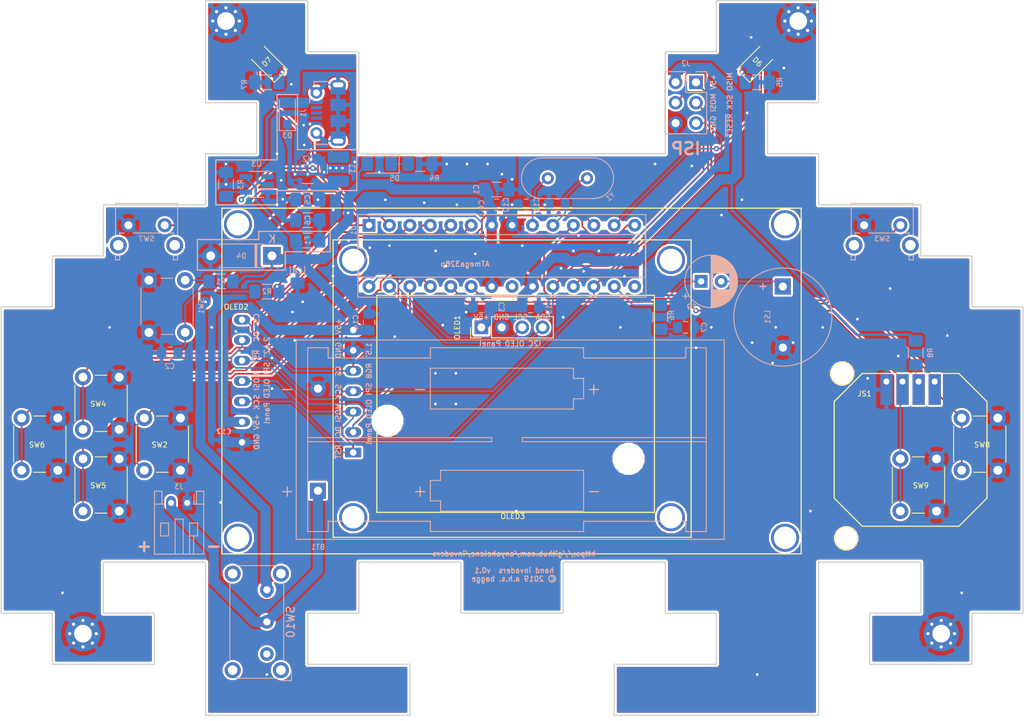
<source format=kicad_pcb>
(kicad_pcb (version 20171130) (host pcbnew 5.0.2-bee76a0~70~ubuntu18.04.1)
  (layers (0 F.Cu signal) (31 B.Cu signal) (34 B.Paste user) (35 F.Paste user) (36 B.SilkS user) (37 F.SilkS user) (38 B.Mask user) (39 F.Mask user) (44 Edge.Cuts user))
  (net 0 "")
  (net 1 Earth)
  (net 2 "Net-(C2-Pad2)")
  (net 3 +BATT)
  (net 4 "Net-(L1-Pad2)")
  (net 5 /BTN0)
  (net 6 /BTN1)
  (net 7 /MOSI)
  (net 8 /BTN2)
  (net 9 /MISO)
  (net 10 /BTN3)
  (net 11 /SCK)
  (net 12 /BTN4)
  (net 13 "Net-(U1-Pad21)")
  (net 14 /ADC0)
  (net 15 /BTN5)
  (net 16 /SDA)
  (net 17 /SCL)
  (net 18 /~RST)
  (net 19 /XTAL1)
  (net 20 /XTAL2)
  (net 21 /Audio_Out)
  (net 22 /Panel_RST)
  (net 23 /Panel_CS)
  (net 24 /Panel_DataCmd)
  (net 25 +5V)
  (net 26 /ADC1)
  (net 27 "Net-(R3-Pad1)")
  (net 28 "Net-(D5-Pad1)")
  (net 29 "Net-(C7-Pad2)")
  (net 30 /USB_VBUS)
  (net 31 /USB_Shield)
  (net 32 "Net-(J1-Pad2)")
  (net 33 "Net-(J1-Pad4)")
  (net 34 "Net-(J1-Pad3)")
  (net 35 /V_unfused)
  (net 36 /PWM0)
  (net 37 /PWM1)
  (net 38 "Net-(D7-Pad1)")
  (net 39 "Net-(D6-Pad1)")
  (net 40 /LED_L)
  (net 41 /LED_R)
  (net 42 "Net-(JS1-Pad2)")
  (net 43 "Net-(SW10-Pad1)")
  (net 44 /BATT_IN)
  (module Button_Switch_THT:SW_E-Switch_EG1224_SPDT_Angled (layer B.Cu) (at 52.07 157.48 90)
    (fp_text reference SW10 (at 4 2.95 90) (layer B.SilkS) (effects (justify mirror)))
    (fp_text value SW_SPDT)
    (pad 3 thru_hole circle (at 8 0 90) (size 1.7 1.7) (drill 0.9) (layers *.Cu *.Mask) (net 3 +BATT))
    (pad 2 thru_hole circle (at 4 0 90) (size 1.7 1.7) (drill 0.9) (layers *.Cu *.Mask) (net 44 /BATT_IN))
    (pad 1 thru_hole circle (at 0 0 90) (size 1.7 1.7) (drill 0.9) (layers *.Cu *.Mask) (net 43 "Net-(SW10-Pad1)"))
    (pad "" thru_hole circle (at -2 -4.25 90) (size 2 2) (drill 1.2) (layers *.Cu *.Mask))
    (pad "" thru_hole circle (at 10 -4.25 90) (size 2 2) (drill 1.2) (layers *.Cu *.Mask))
    (pad "" thru_hole circle (at 10 1.75 90) (size 2 2) (drill 1.2) (layers *.Cu *.Mask))
    (pad "" thru_hole circle (at -2 1.75 90) (size 2 2) (drill 1.2) (layers *.Cu *.Mask))
  )
  (module invaders:OLED_2in42_spi_i2c (layer F.Cu) (at 82.55 123.19)
    (fp_text reference OLED2 (at -34.29 -8.89) (layer F.SilkS) (effects (font (size 0.6477 0.6477) (thickness 0.1016))))
    (fp_text value OLED_2in42)
    (pad 1 thru_hole rect (at -33.568 7.948 90) (size 1.2 2) (drill 0.8) (layers *.Cu *.Mask) (net 1 Earth))
    (pad 2 thru_hole oval (at -33.568 5.408 90) (size 1.2 2) (drill 0.8) (layers *.Cu *.Mask) (net 25 +5V))
    (pad 3 thru_hole oval (at -33.568 2.868 90) (size 1.2 2) (drill 0.8) (layers *.Cu *.Mask) (net 22 /Panel_RST))
    (pad 4 thru_hole oval (at -33.568 0.328 90) (size 1.2 2) (drill 0.8) (layers *.Cu *.Mask) (net 7 /MOSI))
    (pad 5 thru_hole oval (at -33.568 -2.212 90) (size 1.2 2) (drill 0.8) (layers *.Cu *.Mask) (net 11 /SCK))
    (pad 6 thru_hole oval (at -33.568 -4.752 90) (size 1.2 2) (drill 0.8) (layers *.Cu *.Mask) (net 24 /Panel_DataCmd))
    (pad 7 thru_hole oval (at -33.568 -7.292 90) (size 1.2 2) (drill 0.8) (layers *.Cu *.Mask) (net 23 /Panel_CS))
    (pad "" np_thru_hole circle (at -34.068 19.828 90) (size 3.5 3.5) (drill 2.8) (layers *.Cu *.Mask))
    (pad "" np_thru_hole circle (at -34.068 -19.172 90) (size 3.5 3.5) (drill 2.8) (layers *.Cu *.Mask))
    (pad "" np_thru_hole circle (at 33.932 19.828 90) (size 3.5 3.5) (drill 2.8) (layers *.Cu *.Mask))
    (pad "" np_thru_hole circle (at 33.932 -19.172 90) (size 3.5 3.5) (drill 2.8) (layers *.Cu *.Mask))
  )
  (module invaders:OLED_1in5_spi_rgb (layer F.Cu) (at 82.55 124.46)
    (fp_text reference OLED3 (at 0.092 15.88) (layer F.SilkS) (effects (font (size 0.6477 0.6477) (thickness 0.1016))))
    (fp_text value OLED_1in5_RGB)
    (pad "" np_thru_hole circle (at 19.75 -16 90) (size 3.5 3.5) (drill 2.8) (layers *.Cu *.Mask))
    (pad "" np_thru_hole circle (at 19.75 16 90) (size 3.5 3.5) (drill 2.8) (layers *.Cu *.Mask))
    (pad "" np_thru_hole circle (at -19.75 -16 90) (size 3.5 3.5) (drill 2.8) (layers *.Cu *.Mask))
    (pad "" np_thru_hole circle (at -19.75 16 90) (size 3.5 3.5) (drill 2.8) (layers *.Cu *.Mask))
    (pad 7 thru_hole oval (at -19.75 -7.292 90) (size 1.2 2) (drill 0.8) (layers *.Cu *.Mask) (net 25 +5V))
    (pad 6 thru_hole oval (at -19.75 -4.752 90) (size 1.2 2) (drill 0.8) (layers *.Cu *.Mask) (net 1 Earth))
    (pad 5 thru_hole oval (at -19.75 -2.212 90) (size 1.2 2) (drill 0.8) (layers *.Cu *.Mask) (net 23 /Panel_CS))
    (pad 4 thru_hole oval (at -19.75 0.328 90) (size 1.2 2) (drill 0.8) (layers *.Cu *.Mask) (net 11 /SCK))
    (pad 3 thru_hole oval (at -19.75 2.868 90) (size 1.2 2) (drill 0.8) (layers *.Cu *.Mask) (net 7 /MOSI))
    (pad 2 thru_hole oval (at -19.75 5.408 90) (size 1.2 2) (drill 0.8) (layers *.Cu *.Mask) (net 24 /Panel_DataCmd))
    (pad 1 thru_hole rect (at -19.75 7.948 90) (size 1.2 2) (drill 0.8) (layers *.Cu *.Mask) (net 22 /Panel_RST))
  )
  (module Capacitor_SMD:C_0805_2012Metric_Pad1.15x1.40mm_HandSolder (layer B.Cu) (at 64.77 116.205 270)
    (fp_text reference C14 (at 0 1.65 270) (layer B.SilkS) (effects (font (size 0.6477 0.6477) (thickness 0.1016)) (justify mirror)))
    (fp_text value .1µF)
    (pad 2 smd roundrect (at 1.025 0 270) (size 1.15 1.4) (layers B.Cu B.Paste B.Mask) (roundrect_rratio 0.217391) (net 25 +5V))
    (pad 1 smd roundrect (at -1.025 0 270) (size 1.15 1.4) (layers B.Cu B.Paste B.Mask) (roundrect_rratio 0.217391) (net 1 Earth))
  )
  (module Capacitor_SMD:C_0805_2012Metric_Pad1.15x1.40mm_HandSolder (layer B.Cu) (at 88.138 101.6)
    (fp_text reference C11 (at -2.54 0 270) (layer B.SilkS) (effects (font (size 0.6477 0.6477) (thickness 0.1016)) (justify mirror)))
    (fp_text value 22p)
    (pad 2 smd roundrect (at 1.025 0) (size 1.15 1.4) (layers B.Cu B.Paste B.Mask) (roundrect_rratio 0.217391) (net 20 /XTAL2))
    (pad 1 smd roundrect (at -1.025 0) (size 1.15 1.4) (layers B.Cu B.Paste B.Mask) (roundrect_rratio 0.217391) (net 1 Earth))
  )
  (module MountingHole:MountingHole_2.2mm_M2_Pad_Via (layer F.Cu) (at 29.21 154.94)
    (fp_text reference H3 hide)
    (fp_text value MountingHole_Pad)
    (pad 1 thru_hole circle (at 1.166726 -1.166726) (size 0.7 0.7) (drill 0.4) (layers *.Cu *.Mask) (net 1 Earth))
    (pad 1 thru_hole circle (at 0 -1.65) (size 0.7 0.7) (drill 0.4) (layers *.Cu *.Mask) (net 1 Earth))
    (pad 1 thru_hole circle (at -1.166726 -1.166726) (size 0.7 0.7) (drill 0.4) (layers *.Cu *.Mask) (net 1 Earth))
    (pad 1 thru_hole circle (at -1.65 0) (size 0.7 0.7) (drill 0.4) (layers *.Cu *.Mask) (net 1 Earth))
    (pad 1 thru_hole circle (at -1.166726 1.166726) (size 0.7 0.7) (drill 0.4) (layers *.Cu *.Mask) (net 1 Earth))
    (pad 1 thru_hole circle (at 0 1.65) (size 0.7 0.7) (drill 0.4) (layers *.Cu *.Mask) (net 1 Earth))
    (pad 1 thru_hole circle (at 1.166726 1.166726) (size 0.7 0.7) (drill 0.4) (layers *.Cu *.Mask) (net 1 Earth))
    (pad 1 thru_hole circle (at 1.65 0) (size 0.7 0.7) (drill 0.4) (layers *.Cu *.Mask) (net 1 Earth))
    (pad 1 thru_hole circle (at 0 0) (size 4.4 4.4) (drill 2.2) (layers *.Cu *.Mask) (net 1 Earth))
  )
  (module MountingHole:MountingHole_2.2mm_M2_Pad_Via (layer F.Cu) (at 118.11 78.74)
    (fp_text reference H2 hide)
    (fp_text value MountingHole_Pad)
    (pad 1 thru_hole circle (at 1.166726 -1.166726) (size 0.7 0.7) (drill 0.4) (layers *.Cu *.Mask) (net 1 Earth))
    (pad 1 thru_hole circle (at 0 -1.65) (size 0.7 0.7) (drill 0.4) (layers *.Cu *.Mask) (net 1 Earth))
    (pad 1 thru_hole circle (at -1.166726 -1.166726) (size 0.7 0.7) (drill 0.4) (layers *.Cu *.Mask) (net 1 Earth))
    (pad 1 thru_hole circle (at -1.65 0) (size 0.7 0.7) (drill 0.4) (layers *.Cu *.Mask) (net 1 Earth))
    (pad 1 thru_hole circle (at -1.166726 1.166726) (size 0.7 0.7) (drill 0.4) (layers *.Cu *.Mask) (net 1 Earth))
    (pad 1 thru_hole circle (at 0 1.65) (size 0.7 0.7) (drill 0.4) (layers *.Cu *.Mask) (net 1 Earth))
    (pad 1 thru_hole circle (at 1.166726 1.166726) (size 0.7 0.7) (drill 0.4) (layers *.Cu *.Mask) (net 1 Earth))
    (pad 1 thru_hole circle (at 1.65 0) (size 0.7 0.7) (drill 0.4) (layers *.Cu *.Mask) (net 1 Earth))
    (pad 1 thru_hole circle (at 0 0) (size 4.4 4.4) (drill 2.2) (layers *.Cu *.Mask) (net 1 Earth))
  )
  (module MountingHole:MountingHole_2.2mm_M2_Pad_Via (layer F.Cu) (at 135.89 154.94)
    (fp_text reference H4 hide)
    (fp_text value MountingHole_Pad)
    (pad 1 thru_hole circle (at 1.166726 -1.166726) (size 0.7 0.7) (drill 0.4) (layers *.Cu *.Mask) (net 1 Earth))
    (pad 1 thru_hole circle (at 0 -1.65) (size 0.7 0.7) (drill 0.4) (layers *.Cu *.Mask) (net 1 Earth))
    (pad 1 thru_hole circle (at -1.166726 -1.166726) (size 0.7 0.7) (drill 0.4) (layers *.Cu *.Mask) (net 1 Earth))
    (pad 1 thru_hole circle (at -1.65 0) (size 0.7 0.7) (drill 0.4) (layers *.Cu *.Mask) (net 1 Earth))
    (pad 1 thru_hole circle (at -1.166726 1.166726) (size 0.7 0.7) (drill 0.4) (layers *.Cu *.Mask) (net 1 Earth))
    (pad 1 thru_hole circle (at 0 1.65) (size 0.7 0.7) (drill 0.4) (layers *.Cu *.Mask) (net 1 Earth))
    (pad 1 thru_hole circle (at 1.166726 1.166726) (size 0.7 0.7) (drill 0.4) (layers *.Cu *.Mask) (net 1 Earth))
    (pad 1 thru_hole circle (at 1.65 0) (size 0.7 0.7) (drill 0.4) (layers *.Cu *.Mask) (net 1 Earth))
    (pad 1 thru_hole circle (at 0 0) (size 4.4 4.4) (drill 2.2) (layers *.Cu *.Mask) (net 1 Earth))
  )
  (module MountingHole:MountingHole_2.2mm_M2_Pad_Via (layer F.Cu) (at 46.99 78.74)
    (fp_text reference H1 hide)
    (fp_text value MountingHole_Pad)
    (pad 1 thru_hole circle (at 1.166726 -1.166726) (size 0.7 0.7) (drill 0.4) (layers *.Cu *.Mask) (net 1 Earth))
    (pad 1 thru_hole circle (at 0 -1.65) (size 0.7 0.7) (drill 0.4) (layers *.Cu *.Mask) (net 1 Earth))
    (pad 1 thru_hole circle (at -1.166726 -1.166726) (size 0.7 0.7) (drill 0.4) (layers *.Cu *.Mask) (net 1 Earth))
    (pad 1 thru_hole circle (at -1.65 0) (size 0.7 0.7) (drill 0.4) (layers *.Cu *.Mask) (net 1 Earth))
    (pad 1 thru_hole circle (at -1.166726 1.166726) (size 0.7 0.7) (drill 0.4) (layers *.Cu *.Mask) (net 1 Earth))
    (pad 1 thru_hole circle (at 0 1.65) (size 0.7 0.7) (drill 0.4) (layers *.Cu *.Mask) (net 1 Earth))
    (pad 1 thru_hole circle (at 1.166726 1.166726) (size 0.7 0.7) (drill 0.4) (layers *.Cu *.Mask) (net 1 Earth))
    (pad 1 thru_hole circle (at 1.65 0) (size 0.7 0.7) (drill 0.4) (layers *.Cu *.Mask) (net 1 Earth))
    (pad 1 thru_hole circle (at 0 0) (size 4.4 4.4) (drill 2.2) (layers *.Cu *.Mask) (net 1 Earth))
  )
  (module Resistor_SMD:R_1206_3216Metric_Pad1.42x1.75mm_HandSolder (layer B.Cu) (at 132.715 120.015 90)
    (fp_text reference R8 (at 0 1.82 90) (layer B.SilkS) (effects (font (size 0.6477 0.6477) (thickness 0.1016)) (justify mirror)))
    (fp_text value 330)
    (pad 2 smd roundrect (at 1.4875 0 90) (size 1.425 1.75) (layers B.Cu B.Paste B.Mask) (roundrect_rratio 0.175439) (net 25 +5V))
    (pad 1 smd roundrect (at -1.4875 0 90) (size 1.425 1.75) (layers B.Cu B.Paste B.Mask) (roundrect_rratio 0.175439) (net 42 "Net-(JS1-Pad2)"))
  )
  (module LED_SMD:LED_1206_3216Metric_Pad1.42x1.75mm_HandSolder (layer F.Cu) (at 113.03 83.82 45)
    (fp_text reference D6 (at 0 0 135) (layer F.SilkS) (effects (font (size 0.6477 0.6477) (thickness 0.1016))))
    (fp_text value LED)
    (pad 2 smd roundrect (at 1.4875 0 45) (size 1.425 1.75) (layers F.Cu F.Paste F.Mask) (roundrect_rratio 0.175439) (net 41 /LED_R))
    (pad 1 smd roundrect (at -1.4875 0 45) (size 1.425 1.75) (layers F.Cu F.Paste F.Mask) (roundrect_rratio 0.175439) (net 39 "Net-(D6-Pad1)"))
  )
  (module LED_SMD:LED_1206_3216Metric_Pad1.42x1.75mm_HandSolder (layer F.Cu) (at 52.07 83.82 135)
    (fp_text reference D7 (at 0 0 225) (layer F.SilkS) (effects (font (size 0.6477 0.6477) (thickness 0.1016))))
    (fp_text value LED)
    (pad 2 smd roundrect (at 1.4875 0 135) (size 1.425 1.75) (layers F.Cu F.Paste F.Mask) (roundrect_rratio 0.175439) (net 40 /LED_L))
    (pad 1 smd roundrect (at -1.4875 0 135) (size 1.425 1.75) (layers F.Cu F.Paste F.Mask) (roundrect_rratio 0.175439) (net 38 "Net-(D7-Pad1)"))
  )
  (module Resistor_SMD:R_1206_3216Metric_Pad1.42x1.75mm_HandSolder (layer B.Cu) (at 113.03 86.36)
    (fp_text reference R5 (at 2.794 0 90) (layer B.SilkS) (effects (font (size 0.6477 0.6477) (thickness 0.1016)) (justify mirror)))
    (fp_text value 330)
    (pad 2 smd roundrect (at 1.4875 0) (size 1.425 1.75) (layers B.Cu B.Paste B.Mask) (roundrect_rratio 0.175439) (net 1 Earth))
    (pad 1 smd roundrect (at -1.4875 0) (size 1.425 1.75) (layers B.Cu B.Paste B.Mask) (roundrect_rratio 0.175439) (net 39 "Net-(D6-Pad1)"))
  )
  (module Resistor_SMD:R_1206_3216Metric_Pad1.42x1.75mm_HandSolder (layer B.Cu) (at 52.07 86.36 180)
    (fp_text reference R7 (at 2.794 -0.254 270) (layer B.SilkS) (effects (font (size 0.6477 0.6477) (thickness 0.1016)) (justify mirror)))
    (fp_text value 330)
    (pad 2 smd roundrect (at 1.4875 0 180) (size 1.425 1.75) (layers B.Cu B.Paste B.Mask) (roundrect_rratio 0.175439) (net 1 Earth))
    (pad 1 smd roundrect (at -1.4875 0 180) (size 1.425 1.75) (layers B.Cu B.Paste B.Mask) (roundrect_rratio 0.175439) (net 38 "Net-(D7-Pad1)"))
  )
  (module Connector_PinHeader_2.54mm:PinHeader_2x03_P2.54mm_Vertical (layer B.Cu) (at 105.41 86.36 180)
    (fp_text reference J2 (at 1.27 2.33 180) (layer B.SilkS) (effects (font (size 0.6477 0.6477) (thickness 0.1016)) (justify mirror)))
    (fp_text value ISP)
    (pad 6 thru_hole oval (at 2.54 -5.08 180) (size 1.7 1.7) (drill 1) (layers *.Cu *.Mask) (net 1 Earth))
    (pad 5 thru_hole oval (at 0 -5.08 180) (size 1.7 1.7) (drill 1) (layers *.Cu *.Mask) (net 18 /~RST))
    (pad 4 thru_hole oval (at 2.54 -2.54 180) (size 1.7 1.7) (drill 1) (layers *.Cu *.Mask) (net 7 /MOSI))
    (pad 3 thru_hole oval (at 0 -2.54 180) (size 1.7 1.7) (drill 1) (layers *.Cu *.Mask) (net 11 /SCK))
    (pad 2 thru_hole oval (at 2.54 0 180) (size 1.7 1.7) (drill 1) (layers *.Cu *.Mask) (net 25 +5V))
    (pad 1 thru_hole rect (at 0 0 180) (size 1.7 1.7) (drill 1) (layers *.Cu *.Mask) (net 9 /MISO))
  )
  (module Capacitor_SMD:C_0805_2012Metric_Pad1.15x1.40mm_HandSolder (layer B.Cu) (at 84.845 114.3)
    (fp_text reference C13 (at 2.277 0 90) (layer B.SilkS) (effects (font (size 0.6477 0.6477) (thickness 0.1016)) (justify mirror)))
    (fp_text value 0.1µF)
    (pad 2 smd roundrect (at 1.025 0) (size 1.15 1.4) (layers B.Cu B.Paste B.Mask) (roundrect_rratio 0.217391) (net 1 Earth))
    (pad 1 smd roundrect (at -1.025 0) (size 1.15 1.4) (layers B.Cu B.Paste B.Mask) (roundrect_rratio 0.217391) (net 25 +5V))
  )
  (module Capacitor_SMD:C_0805_2012Metric_Pad1.15x1.40mm_HandSolder (layer B.Cu) (at 46.736 129.803 90)
    (fp_text reference C12 (at 0 0 180) (layer B.SilkS) (effects (font (size 0.6477 0.6477) (thickness 0.1016)) (justify mirror)))
    (fp_text value .1µF)
    (pad 2 smd roundrect (at 1.025 0 90) (size 1.15 1.4) (layers B.Cu B.Paste B.Mask) (roundrect_rratio 0.217391) (net 25 +5V))
    (pad 1 smd roundrect (at -1.025 0 90) (size 1.15 1.4) (layers B.Cu B.Paste B.Mask) (roundrect_rratio 0.217391) (net 1 Earth))
  )
  (module Capacitor_SMD:C_0805_2012Metric_Pad1.15x1.40mm_HandSolder (layer B.Cu) (at 78.74 114.3 180)
    (fp_text reference C3 (at -2.54 0 90) (layer B.SilkS) (effects (font (size 0.6477 0.6477) (thickness 0.1016)) (justify mirror)))
    (fp_text value .1µF)
    (pad 2 smd roundrect (at 1.025 0 180) (size 1.15 1.4) (layers B.Cu B.Paste B.Mask) (roundrect_rratio 0.217391) (net 1 Earth))
    (pad 1 smd roundrect (at -1.025 0 180) (size 1.15 1.4) (layers B.Cu B.Paste B.Mask) (roundrect_rratio 0.217391) (net 25 +5V))
  )
  (module Capacitor_SMD:C_0805_2012Metric_Pad1.15x1.40mm_HandSolder (layer B.Cu) (at 40.005 120.015)
    (fp_text reference C2 (at 0 1.65) (layer B.SilkS) (effects (font (size 0.6477 0.6477) (thickness 0.1016)) (justify mirror)))
    (fp_text value 0.1µF)
    (pad 2 smd roundrect (at 1.025 0) (size 1.15 1.4) (layers B.Cu B.Paste B.Mask) (roundrect_rratio 0.217391) (net 2 "Net-(C2-Pad2)"))
    (pad 1 smd roundrect (at -1.025 0) (size 1.15 1.4) (layers B.Cu B.Paste B.Mask) (roundrect_rratio 0.217391) (net 1 Earth))
  )
  (module Capacitor_SMD:C_0805_2012Metric_Pad1.15x1.40mm_HandSolder (layer B.Cu) (at 80.645 101.6)
    (fp_text reference C4 (at -1.905 0 90) (layer B.SilkS) (effects (font (size 0.6477 0.6477) (thickness 0.1016)) (justify mirror)))
    (fp_text value 0.1µF)
    (pad 2 smd roundrect (at 1.025 0) (size 1.15 1.4) (layers B.Cu B.Paste B.Mask) (roundrect_rratio 0.217391) (net 1 Earth))
    (pad 1 smd roundrect (at -1.025 0) (size 1.15 1.4) (layers B.Cu B.Paste B.Mask) (roundrect_rratio 0.217391) (net 25 +5V))
  )
  (module Capacitor_SMD:C_0805_2012Metric_Pad1.15x1.40mm_HandSolder (layer B.Cu) (at 104.14 116.84 180)
    (fp_text reference C7 (at -2.286 0 270) (layer B.SilkS) (effects (font (size 0.6477 0.6477) (thickness 0.1016)) (justify mirror)))
    (fp_text value "0.1 µ")
    (pad 2 smd roundrect (at 1.025 0 180) (size 1.15 1.4) (layers B.Cu B.Paste B.Mask) (roundrect_rratio 0.217391) (net 29 "Net-(C7-Pad2)"))
    (pad 1 smd roundrect (at -1.025 0 180) (size 1.15 1.4) (layers B.Cu B.Paste B.Mask) (roundrect_rratio 0.217391) (net 1 Earth))
  )
  (module Capacitor_SMD:C_1206_3216Metric_Pad1.42x1.75mm_HandSolder (layer B.Cu) (at 57.15 103.505 180)
    (fp_text reference C6 (at 0 0 270) (layer B.SilkS) (effects (font (size 0.6477 0.6477) (thickness 0.1016)) (justify mirror)))
    (fp_text value 22µF)
    (pad 2 smd roundrect (at 1.4875 0 180) (size 1.425 1.75) (layers B.Cu B.Paste B.Mask) (roundrect_rratio 0.175439) (net 1 Earth))
    (pad 1 smd roundrect (at -1.4875 0 180) (size 1.425 1.75) (layers B.Cu B.Paste B.Mask) (roundrect_rratio 0.175439) (net 35 /V_unfused))
  )
  (module Diode_SMD:D_SOD-123F (layer B.Cu) (at 54.61 90.17 90)
    (fp_text reference D3 (at -2.794 0) (layer B.SilkS) (effects (font (size 0.6477 0.6477) (thickness 0.1016)) (justify mirror)))
    (fp_text value D_Schottky)
    (pad 2 smd rect (at 1.4 0 90) (size 1.1 1.1) (layers B.Cu B.Paste B.Mask) (net 30 /USB_VBUS))
    (pad 1 smd rect (at -1.4 0 90) (size 1.1 1.1) (layers B.Cu B.Paste B.Mask) (net 35 /V_unfused))
  )
  (module Diode_THT:D_DO-41_SOD81_P7.62mm_Horizontal (layer B.Cu) (at 52.705 107.95 180)
    (fp_text reference D4 (at 3.81 0 180) (layer B.SilkS) (effects (font (size 0.6477 0.6477) (thickness 0.1016)) (justify mirror)))
    (fp_text value 5V)
    (fp_text user K (at 0 2.1 180) (layer B.SilkS) (effects (justify mirror)))
    (pad 2 thru_hole oval (at 7.62 0 180) (size 2.2 2.2) (drill 1.1) (layers *.Cu *.Mask) (net 1 Earth))
    (pad 1 thru_hole rect (at 0 0 180) (size 2.2 2.2) (drill 1.1) (layers *.Cu *.Mask) (net 25 +5V))
  )
  (module Fuse:Fuse_1206_3216Metric_Pad1.42x1.75mm_HandSolder (layer B.Cu) (at 57.15 106.045)
    (fp_text reference F1 (at 0 0 90) (layer B.SilkS) (effects (font (size 0.6477 0.6477) (thickness 0.1016)) (justify mirror)))
    (fp_text value 1206L050)
    (pad 2 smd roundrect (at 1.4875 0) (size 1.425 1.75) (layers B.Cu B.Paste B.Mask) (roundrect_rratio 0.175439) (net 35 /V_unfused))
    (pad 1 smd roundrect (at -1.4875 0) (size 1.425 1.75) (layers B.Cu B.Paste B.Mask) (roundrect_rratio 0.175439) (net 25 +5V))
  )
  (module Inductor_SMD:L_1210_3225Metric_Pad1.42x2.65mm_HandSolder (layer B.Cu) (at 60.96 97.155 90)
    (fp_text reference L1 (at 0 1.778 270) (layer B.SilkS) (effects (font (size 0.6477 0.6477) (thickness 0.1016)) (justify mirror)))
    (fp_text value 10µH)
    (pad 2 smd roundrect (at 1.4875 0 90) (size 1.425 2.65) (layers B.Cu B.Paste B.Mask) (roundrect_rratio 0.175439) (net 4 "Net-(L1-Pad2)"))
    (pad 1 smd roundrect (at -1.4875 0 90) (size 1.425 2.65) (layers B.Cu B.Paste B.Mask) (roundrect_rratio 0.175439) (net 3 +BATT))
  )
  (module Battery:BatteryHolder_Keystone_2468_2xAAA (layer B.Cu) (at 58.42 137.16)
    (fp_text reference BT1 (at 0 7 -180) (layer B.SilkS) (effects (font (size 0.6477 0.6477) (thickness 0.1016)) (justify mirror)))
    (fp_text value 2xAAA)
    (fp_text user - (at -3.81 -12.7) (layer B.SilkS) (effects (font (size 1.5 1.5)) (justify mirror)))
    (fp_text user + (at -3.81 0) (layer B.SilkS) (effects (font (size 1.5 1.5)) (justify mirror)))
    (fp_text user - (at 12.7 -12.7) (layer B.SilkS) (effects (font (size 1.5 1.5)) (justify mirror)))
    (fp_text user + (at 34.29 -12.7) (layer B.SilkS) (effects (font (size 1.5 1.5)) (justify mirror)))
    (fp_text user + (at 12.7 0) (layer B.SilkS) (effects (font (size 1.5 1.5)) (justify mirror)))
    (fp_text user - (at 34.29 0) (layer B.SilkS) (effects (font (size 1.5 1.5)) (justify mirror)))
    (pad "" np_thru_hole circle (at 38.608 -3.9624) (size 3.5 3.5) (drill 3.5) (layers *.Cu *.Mask))
    (pad "" np_thru_hole circle (at 8.636 -8.6995) (size 3.5 3.5) (drill 3.5) (layers *.Cu *.Mask))
    (pad 2 thru_hole circle (at 0 -12.7) (size 2 2) (drill 1.02) (layers *.Cu *.Mask) (net 1 Earth))
    (pad 1 thru_hole rect (at 0 0) (size 2 2) (drill 1.02) (layers *.Cu *.Mask) (net 44 /BATT_IN))
  )
  (module Capacitor_SMD:C_0805_2012Metric_Pad1.15x1.40mm_HandSolder (layer B.Cu) (at 84.328 101.6)
    (fp_text reference C10 (at -2.54 0 90) (layer B.SilkS) (effects (font (size 0.6477 0.6477) (thickness 0.1016)) (justify mirror)))
    (fp_text value 22p)
    (pad 2 smd roundrect (at 1.025 0) (size 1.15 1.4) (layers B.Cu B.Paste B.Mask) (roundrect_rratio 0.217391) (net 19 /XTAL1))
    (pad 1 smd roundrect (at -1.025 0) (size 1.15 1.4) (layers B.Cu B.Paste B.Mask) (roundrect_rratio 0.217391) (net 1 Earth))
  )
  (module Capacitor_SMD:C_1206_3216Metric_Pad1.42x1.75mm_HandSolder (layer B.Cu) (at 80.645 99.695)
    (fp_text reference C1 (at -2.54 0 90) (layer B.SilkS) (effects (font (size 0.6477 0.6477) (thickness 0.1016)) (justify mirror)))
    (fp_text value 1.0µF)
    (pad 2 smd roundrect (at 1.4875 0) (size 1.425 1.75) (layers B.Cu B.Paste B.Mask) (roundrect_rratio 0.175439) (net 1 Earth))
    (pad 1 smd roundrect (at -1.4875 0) (size 1.425 1.75) (layers B.Cu B.Paste B.Mask) (roundrect_rratio 0.175439) (net 25 +5V))
  )
  (module Capacitor_SMD:C_1206_3216Metric_Pad1.42x1.75mm_HandSolder (layer B.Cu) (at 55.88 109.855 270)
    (fp_text reference C8 (at 0 0) (layer B.SilkS) (effects (font (size 0.6477 0.6477) (thickness 0.1016)) (justify mirror)))
    (fp_text value 1µF)
    (pad 2 smd roundrect (at 1.4875 0 270) (size 1.425 1.75) (layers B.Cu B.Paste B.Mask) (roundrect_rratio 0.175439) (net 1 Earth))
    (pad 1 smd roundrect (at -1.4875 0 270) (size 1.425 1.75) (layers B.Cu B.Paste B.Mask) (roundrect_rratio 0.175439) (net 25 +5V))
  )
  (module Capacitor_SMD:C_1206_3216Metric_Pad1.42x1.75mm_HandSolder (layer B.Cu) (at 57.15 100.965 180)
    (fp_text reference C5 (at 0 0 270) (layer B.SilkS) (effects (font (size 0.6477 0.6477) (thickness 0.1016)) (justify mirror)))
    (fp_text value 1µF)
    (pad 2 smd roundrect (at 1.4875 0 180) (size 1.425 1.75) (layers B.Cu B.Paste B.Mask) (roundrect_rratio 0.175439) (net 1 Earth))
    (pad 1 smd roundrect (at -1.4875 0 180) (size 1.425 1.75) (layers B.Cu B.Paste B.Mask) (roundrect_rratio 0.175439) (net 3 +BATT))
  )
  (module Capacitor_THT:CP_Radial_D6.3mm_P2.50mm (layer B.Cu) (at 106.045 111.125)
    (fp_text reference C9 (at -1.143 3.175) (layer B.SilkS) (effects (font (size 0.6477 0.6477) (thickness 0.1016)) (justify mirror)))
    (fp_text value 100µF)
    (pad 2 thru_hole circle (at 2.5 0) (size 1.6 1.6) (drill 0.8) (layers *.Cu *.Mask) (net 21 /Audio_Out))
    (pad 1 thru_hole rect (at 0 0) (size 1.6 1.6) (drill 0.8) (layers *.Cu *.Mask) (net 36 /PWM0))
  )
  (module Connector_USB:USB_Micro-B_Molex-105017-0001 (layer B.Cu) (at 59.69 90.17 270)
    (fp_text reference J1 (at 0 3.1125 270) (layer B.SilkS) (effects (font (size 0.6477 0.6477) (thickness 0.1016)) (justify mirror)))
    (fp_text value USB_B_Micro)
    (pad 6 smd rect (at -2.9 -1.2375 270) (size 1.2 1.9) (layers B.Cu B.Mask) (net 31 /USB_Shield))
    (pad 6 smd rect (at 2.9 -1.2375 270) (size 1.2 1.9) (layers B.Cu B.Mask) (net 31 /USB_Shield))
    (pad 6 thru_hole oval (at 3.5 -1.2375 270) (size 1.2 1.9) (drill oval 0.6 1.3) (layers *.Cu *.Mask) (net 31 /USB_Shield))
    (pad 6 thru_hole oval (at -3.5 -1.2375 90) (size 1.2 1.9) (drill oval 0.6 1.3) (layers *.Cu *.Mask) (net 31 /USB_Shield))
    (pad 6 smd rect (at -1 -1.2375 270) (size 1.5 1.9) (layers B.Cu B.Paste B.Mask) (net 31 /USB_Shield))
    (pad 6 thru_hole circle (at 2.5 1.4625 270) (size 1.45 1.45) (drill 0.85) (layers *.Cu *.Mask) (net 31 /USB_Shield))
    (pad 3 smd rect (at 0 1.4625 270) (size 0.4 1.35) (layers B.Cu B.Paste B.Mask) (net 34 "Net-(J1-Pad3)"))
    (pad 4 smd rect (at 0.65 1.4625 270) (size 0.4 1.35) (layers B.Cu B.Paste B.Mask) (net 33 "Net-(J1-Pad4)"))
    (pad 5 smd rect (at 1.3 1.4625 270) (size 0.4 1.35) (layers B.Cu B.Paste B.Mask) (net 1 Earth))
    (pad 1 smd rect (at -1.3 1.4625 270) (size 0.4 1.35) (layers B.Cu B.Paste B.Mask) (net 30 /USB_VBUS))
    (pad 2 smd rect (at -0.65 1.4625 270) (size 0.4 1.35) (layers B.Cu B.Paste B.Mask) (net 32 "Net-(J1-Pad2)"))
    (pad 6 thru_hole circle (at -2.5 1.4625 270) (size 1.45 1.45) (drill 0.85) (layers *.Cu *.Mask) (net 31 /USB_Shield))
    (pad 6 smd rect (at 1 -1.2375 270) (size 1.5 1.9) (layers B.Cu B.Paste B.Mask) (net 31 /USB_Shield))
  )
  (module LED_SMD:LED_1206_3216Metric_Pad1.42x1.75mm_HandSolder (layer B.Cu) (at 66.04 96.52 180)
    (fp_text reference D5 (at -1.905 -1.778) (layer B.SilkS) (effects (font (size 0.6477 0.6477) (thickness 0.1016)) (justify mirror)))
    (fp_text value LED)
    (pad 2 smd roundrect (at 1.4875 0 180) (size 1.425 1.75) (layers B.Cu B.Paste B.Mask) (roundrect_rratio 0.175439) (net 25 +5V))
    (pad 1 smd roundrect (at -1.4875 0 180) (size 1.425 1.75) (layers B.Cu B.Paste B.Mask) (roundrect_rratio 0.175439) (net 28 "Net-(D5-Pad1)"))
  )
  (module Package_TO_SOT_SMD:SOT-23-5_HandSoldering (layer B.Cu) (at 50.8 99.06 180)
    (fp_text reference U3 (at 0 2.54 180) (layer B.SilkS) (effects (font (size 0.6477 0.6477) (thickness 0.1016)) (justify mirror)))
    (fp_text value 74LVC1G04)
    (pad 5 smd rect (at 1.35 0.95 180) (size 1.56 0.65) (layers B.Cu B.Paste B.Mask) (net 25 +5V))
    (pad 4 smd rect (at 1.35 -0.95 180) (size 1.56 0.65) (layers B.Cu B.Paste B.Mask) (net 27 "Net-(R3-Pad1)"))
    (pad 3 smd rect (at -1.35 -0.95 180) (size 1.56 0.65) (layers B.Cu B.Paste B.Mask) (net 1 Earth))
    (pad 2 smd rect (at -1.35 0 180) (size 1.56 0.65) (layers B.Cu B.Paste B.Mask) (net 30 /USB_VBUS))
    (pad 1 smd rect (at -1.35 0.95 180) (size 1.56 0.65) (layers B.Cu B.Paste B.Mask))
  )
  (module Connector_JST:JST_PH_S2B-PH-K_1x02_P2.00mm_Horizontal (layer B.Cu) (at 42.164 138.684 180)
    (fp_text reference J3 (at 1 2.032 180) (layer B.SilkS) (effects (font (size 0.6477 0.6477) (thickness 0.1016)) (justify mirror)))
    (fp_text value Batt_In)
    (pad 2 thru_hole oval (at 2 0 180) (size 1.2 1.75) (drill 0.75) (layers *.Cu *.Mask) (net 44 /BATT_IN))
    (pad 1 thru_hole roundrect (at 0 0 180) (size 1.2 1.75) (drill 0.75) (layers *.Cu *.Mask) (roundrect_rratio 0.208333) (net 1 Earth))
  )
  (module Package_TO_SOT_SMD:SOT-363_SC-70-6 (layer B.Cu) (at 57.15 97.79 180)
    (fp_text reference U2 (at 0 1.905 180) (layer B.SilkS) (effects (font (size 0.6477 0.6477) (thickness 0.1016)) (justify mirror)))
    (fp_text value LTC3525-5)
    (pad 6 smd rect (at 0.95 0.65 180) (size 0.65 0.4) (layers B.Cu B.Paste B.Mask) (net 4 "Net-(L1-Pad2)"))
    (pad 4 smd rect (at 0.95 -0.65 180) (size 0.65 0.4) (layers B.Cu B.Paste B.Mask) (net 35 /V_unfused))
    (pad 2 smd rect (at -0.95 0 180) (size 0.65 0.4) (layers B.Cu B.Paste B.Mask) (net 1 Earth))
    (pad 5 smd rect (at 0.95 0 180) (size 0.65 0.4) (layers B.Cu B.Paste B.Mask) (net 1 Earth))
    (pad 3 smd rect (at -0.95 -0.65 180) (size 0.65 0.4) (layers B.Cu B.Paste B.Mask) (net 3 +BATT))
    (pad 1 smd rect (at -0.95 0.65 180) (size 0.65 0.4) (layers B.Cu B.Paste B.Mask) (net 27 "Net-(R3-Pad1)"))
  )
  (module invaders:psp_thumbstick (layer F.Cu) (at 132.08 132.08 270)
    (fp_text reference JS1 (at -6.985 5.715) (layer F.SilkS) (effects (font (size 0.6477 0.6477) (thickness 0.1016))))
    (fp_text value Micro_Thumb_JoyStick)
    (pad "" np_thru_hole circle (at -9.5 8.5 270) (size 2.54 2.54) (drill 2.54) (layers *.Cu *.Mask))
    (pad "" np_thru_hole circle (at 11 8 270) (size 2.54 2.54) (drill 2.54) (layers *.Cu *.Mask))
    (pad 4 thru_hole rect (at -8.5 3 270) (size 3.8 1.524) (drill 0.762 (offset 1 0)) (layers *.Cu *.Mask) (net 1 Earth))
    (pad 3 thru_hole rect (at -8.5 1 270) (size 3.8 1.524) (drill 0.762 (offset 1 0)) (layers *.Cu *.Mask) (net 26 /ADC1))
    (pad 1 thru_hole rect (at -8.5 -3 270) (size 3.8 1.524) (drill 0.762 (offset 1 0)) (layers *.Cu *.Mask) (net 14 /ADC0))
    (pad 2 thru_hole rect (at -8.5 -1 270) (size 3.8 1.524) (drill 0.762 (offset 1 0)) (layers *.Cu *.Mask) (net 42 "Net-(JS1-Pad2)"))
  )
  (module Resistor_SMD:R_1206_3216Metric_Pad1.42x1.75mm_HandSolder (layer B.Cu) (at 46.355 111.125)
    (fp_text reference R1 (at 0 0) (layer B.SilkS) (effects (font (size 0.6477 0.6477) (thickness 0.1016)) (justify mirror)))
    (fp_text value 10k)
    (pad 2 smd roundrect (at 1.4875 0) (size 1.425 1.75) (layers B.Cu B.Paste B.Mask) (roundrect_rratio 0.175439) (net 25 +5V))
    (pad 1 smd roundrect (at -1.4875 0) (size 1.425 1.75) (layers B.Cu B.Paste B.Mask) (roundrect_rratio 0.175439) (net 2 "Net-(C2-Pad2)"))
  )
  (module Resistor_SMD:R_1206_3216Metric_Pad1.42x1.75mm_HandSolder (layer B.Cu) (at 52.07 112.395 180)
    (fp_text reference R2 (at 0 0 180) (layer B.SilkS) (effects (font (size 0.6477 0.6477) (thickness 0.1016)) (justify mirror)))
    (fp_text value 1k)
    (pad 2 smd roundrect (at 1.4875 0 180) (size 1.425 1.75) (layers B.Cu B.Paste B.Mask) (roundrect_rratio 0.175439) (net 2 "Net-(C2-Pad2)"))
    (pad 1 smd roundrect (at -1.4875 0 180) (size 1.425 1.75) (layers B.Cu B.Paste B.Mask) (roundrect_rratio 0.175439) (net 18 /~RST))
  )
  (module Resistor_SMD:R_1206_3216Metric_Pad1.42x1.75mm_HandSolder (layer B.Cu) (at 46.99 99.06 90)
    (fp_text reference R3 (at 0 1.82 90) (layer B.SilkS) (effects (font (size 0.6477 0.6477) (thickness 0.1016)) (justify mirror)))
    (fp_text value 10k)
    (pad 2 smd roundrect (at 1.4875 0 90) (size 1.425 1.75) (layers B.Cu B.Paste B.Mask) (roundrect_rratio 0.175439) (net 1 Earth))
    (pad 1 smd roundrect (at -1.4875 0 90) (size 1.425 1.75) (layers B.Cu B.Paste B.Mask) (roundrect_rratio 0.175439) (net 27 "Net-(R3-Pad1)"))
  )
  (module Resistor_SMD:R_1206_3216Metric_Pad1.42x1.75mm_HandSolder (layer B.Cu) (at 71.12 96.52)
    (fp_text reference R4 (at 1.778 1.778 180) (layer B.SilkS) (effects (font (size 0.6477 0.6477) (thickness 0.1016)) (justify mirror)))
    (fp_text value 330)
    (pad 2 smd roundrect (at 1.4875 0) (size 1.425 1.75) (layers B.Cu B.Paste B.Mask) (roundrect_rratio 0.175439) (net 1 Earth))
    (pad 1 smd roundrect (at -1.4875 0) (size 1.425 1.75) (layers B.Cu B.Paste B.Mask) (roundrect_rratio 0.175439) (net 28 "Net-(D5-Pad1)"))
  )
  (module Resistor_SMD:R_1206_3216Metric_Pad1.42x1.75mm_HandSolder (layer B.Cu) (at 100.965 115.57 90)
    (fp_text reference R6 (at 0.254 1.397 270) (layer B.SilkS) (effects (font (size 0.6477 0.6477) (thickness 0.1016)) (justify mirror)))
    (fp_text value 150R)
    (pad 2 smd roundrect (at 1.4875 0 90) (size 1.425 1.75) (layers B.Cu B.Paste B.Mask) (roundrect_rratio 0.175439) (net 36 /PWM0))
    (pad 1 smd roundrect (at -1.4875 0 90) (size 1.425 1.75) (layers B.Cu B.Paste B.Mask) (roundrect_rratio 0.175439) (net 29 "Net-(C7-Pad2)"))
  )
  (module Button_Switch_THT:SW_PUSH_6mm (layer F.Cu) (at 29.21 129.54 90)
    (fp_text reference SW4 (at 3.175 1.905 180) (layer F.SilkS) (effects (font (size 0.6477 0.6477) (thickness 0.1016))))
    (fp_text value D_Up)
    (pad 1 thru_hole circle (at 6.5 0 180) (size 2 2) (drill 1.1) (layers *.Cu *.Mask) (net 8 /BTN2))
    (pad 2 thru_hole circle (at 6.5 4.5 180) (size 2 2) (drill 1.1) (layers *.Cu *.Mask) (net 1 Earth))
    (pad 1 thru_hole circle (at 0 0 180) (size 2 2) (drill 1.1) (layers *.Cu *.Mask) (net 8 /BTN2))
    (pad 2 thru_hole circle (at 0 4.5 180) (size 2 2) (drill 1.1) (layers *.Cu *.Mask) (net 1 Earth))
  )
  (module Button_Switch_THT:SW_PUSH_6mm (layer F.Cu) (at 29.21 139.7 90)
    (fp_text reference SW5 (at 3.175 1.905 180) (layer F.SilkS) (effects (font (size 0.6477 0.6477) (thickness 0.1016))))
    (fp_text value D_Down)
    (pad 1 thru_hole circle (at 6.5 0 180) (size 2 2) (drill 1.1) (layers *.Cu *.Mask) (net 10 /BTN3))
    (pad 2 thru_hole circle (at 6.5 4.5 180) (size 2 2) (drill 1.1) (layers *.Cu *.Mask) (net 1 Earth))
    (pad 1 thru_hole circle (at 0 0 180) (size 2 2) (drill 1.1) (layers *.Cu *.Mask) (net 10 /BTN3))
    (pad 2 thru_hole circle (at 0 4.5 180) (size 2 2) (drill 1.1) (layers *.Cu *.Mask) (net 1 Earth))
  )
  (module Crystal:Crystal_HC49-4H_Vertical (layer B.Cu) (at 86.995 98.298)
    (fp_text reference Y1 (at 7.747 2.286 45) (layer B.SilkS) (effects (font (size 0.6477 0.6477) (thickness 0.1016)) (justify mirror)))
    (fp_text value "16 MHz")
    (pad 2 thru_hole circle (at 4.88 0) (size 1.5 1.5) (drill 0.8) (layers *.Cu *.Mask) (net 20 /XTAL2))
    (pad 1 thru_hole circle (at 0 0) (size 1.5 1.5) (drill 0.8) (layers *.Cu *.Mask) (net 19 /XTAL1))
  )
  (module invaders:OLED_1in3_i2c (layer F.Cu) (at 78.74 116.8541 90)
    (fp_text reference OLED1 (at 0 -3 270) (layer F.SilkS) (effects (font (size 0.6477 0.6477) (thickness 0.1016))))
    (fp_text value OLED_1in3)
    (pad 1 thru_hole rect (at 0.0141 -0.01398 90) (size 1.7 1.7) (drill 1) (layers *.Cu *.Mask) (net 25 +5V))
    (pad 2 thru_hole oval (at 0.0141 2.52602 90) (size 1.7 1.7) (drill 1) (layers *.Cu *.Mask) (net 1 Earth))
    (pad 3 thru_hole oval (at 0.0141 5.06602 90) (size 1.7 1.7) (drill 1) (layers *.Cu *.Mask) (net 17 /SCL))
    (pad 4 thru_hole oval (at 0.0141 7.60602 90) (size 1.7 1.7) (drill 1) (layers *.Cu *.Mask) (net 16 /SDA))
  )
  (module Button_Switch_THT:SW_PUSH_6mm (layer F.Cu) (at 138.43 134.62 90)
    (fp_text reference SW8 (at 3.175 2.54 180) (layer F.SilkS) (effects (font (size 0.6477 0.6477) (thickness 0.1016))))
    (fp_text value A)
    (pad 1 thru_hole circle (at 6.5 0 180) (size 2 2) (drill 1.1) (layers *.Cu *.Mask) (net 14 /ADC0))
    (pad 2 thru_hole circle (at 6.5 4.5 180) (size 2 2) (drill 1.1) (layers *.Cu *.Mask) (net 1 Earth))
    (pad 1 thru_hole circle (at 0 0 180) (size 2 2) (drill 1.1) (layers *.Cu *.Mask) (net 14 /ADC0))
    (pad 2 thru_hole circle (at 0 4.5 180) (size 2 2) (drill 1.1) (layers *.Cu *.Mask) (net 1 Earth))
  )
  (module Button_Switch_THT:SW_PUSH_6mm (layer F.Cu) (at 36.83 134.62 90)
    (fp_text reference SW2 (at 3.175 1.905 180) (layer F.SilkS) (effects (font (size 0.6477 0.6477) (thickness 0.1016))))
    (fp_text value D_Left)
    (pad 1 thru_hole circle (at 6.5 0 180) (size 2 2) (drill 1.1) (layers *.Cu *.Mask) (net 12 /BTN4))
    (pad 2 thru_hole circle (at 6.5 4.5 180) (size 2 2) (drill 1.1) (layers *.Cu *.Mask) (net 1 Earth))
    (pad 1 thru_hole circle (at 0 0 180) (size 2 2) (drill 1.1) (layers *.Cu *.Mask) (net 12 /BTN4))
    (pad 2 thru_hole circle (at 0 4.5 180) (size 2 2) (drill 1.1) (layers *.Cu *.Mask) (net 1 Earth))
  )
  (module Button_Switch_THT:SW_PUSH_6mm (layer F.Cu) (at 21.59 134.62 90)
    (fp_text reference SW6 (at 3.175 1.905 180) (layer F.SilkS) (effects (font (size 0.6477 0.6477) (thickness 0.1016))))
    (fp_text value D_Right)
    (pad 1 thru_hole circle (at 6.5 0 180) (size 2 2) (drill 1.1) (layers *.Cu *.Mask) (net 15 /BTN5))
    (pad 2 thru_hole circle (at 6.5 4.5 180) (size 2 2) (drill 1.1) (layers *.Cu *.Mask) (net 1 Earth))
    (pad 1 thru_hole circle (at 0 0 180) (size 2 2) (drill 1.1) (layers *.Cu *.Mask) (net 15 /BTN5))
    (pad 2 thru_hole circle (at 0 4.5 180) (size 2 2) (drill 1.1) (layers *.Cu *.Mask) (net 1 Earth))
  )
  (module Buzzer_Beeper:Buzzer_12x9.5RM7.6 (layer B.Cu) (at 116.205 111.76 270)
    (fp_text reference LS1 (at 3.8 1.905 270) (layer B.SilkS) (effects (font (size 0.6477 0.6477) (thickness 0.1016)) (justify mirror)))
    (fp_text value Speaker)
    (fp_text user + (at -0.01 2.54 270) (layer B.SilkS) (effects (justify mirror)))
    (pad 2 thru_hole circle (at 7.6 0 270) (size 2 2) (drill 1) (layers *.Cu *.Mask) (net 1 Earth))
    (pad 1 thru_hole rect (at 0 0 270) (size 2 2) (drill 1) (layers *.Cu *.Mask) (net 21 /Audio_Out))
  )
  (module Button_Switch_THT:SW_PUSH_6mm (layer F.Cu) (at 130.81 139.7 90)
    (fp_text reference SW9 (at 3.175 2.54 180) (layer F.SilkS) (effects (font (size 0.6477 0.6477) (thickness 0.1016))))
    (fp_text value B)
    (pad 1 thru_hole circle (at 6.5 0 180) (size 2 2) (drill 1.1) (layers *.Cu *.Mask) (net 26 /ADC1))
    (pad 2 thru_hole circle (at 6.5 4.5 180) (size 2 2) (drill 1.1) (layers *.Cu *.Mask) (net 1 Earth))
    (pad 1 thru_hole circle (at 0 0 180) (size 2 2) (drill 1.1) (layers *.Cu *.Mask) (net 26 /ADC1))
    (pad 2 thru_hole circle (at 0 4.5 180) (size 2 2) (drill 1.1) (layers *.Cu *.Mask) (net 1 Earth))
  )
  (module Button_Switch_THT:SW_PUSH_6mm (layer B.Cu) (at 41.91 117.475 90)
    (fp_text reference SW1 (at 3.25 2 90) (layer B.SilkS) (effects (font (size 0.6477 0.6477) (thickness 0.1016)) (justify mirror)))
    (fp_text value Reset)
    (pad 1 thru_hole circle (at 6.5 0) (size 2 2) (drill 1.1) (layers *.Cu *.Mask) (net 2 "Net-(C2-Pad2)"))
    (pad 2 thru_hole circle (at 6.5 -4.5) (size 2 2) (drill 1.1) (layers *.Cu *.Mask) (net 1 Earth))
    (pad 1 thru_hole circle (at 0 0) (size 2 2) (drill 1.1) (layers *.Cu *.Mask) (net 2 "Net-(C2-Pad2)"))
    (pad 2 thru_hole circle (at 0 -4.5) (size 2 2) (drill 1.1) (layers *.Cu *.Mask) (net 1 Earth))
  )
  (module Package_DIP:DIP-28_W7.62mm_Socket (layer B.Cu) (at 64.77 104.14 270)
    (fp_text reference U1 (at 0.635 1.905 270) (layer B.SilkS) (effects (font (size 0.6477 0.6477) (thickness 0.1016)) (justify mirror)))
    (fp_text value ATmega328P-PU)
    (pad 28 thru_hole oval (at 7.62 0 270) (size 1.6 1.6) (drill 0.8) (layers *.Cu *.Mask) (net 17 /SCL))
    (pad 14 thru_hole oval (at 0 -33.02 270) (size 1.6 1.6) (drill 0.8) (layers *.Cu *.Mask) (net 22 /Panel_RST))
    (pad 27 thru_hole oval (at 7.62 -2.54 270) (size 1.6 1.6) (drill 0.8) (layers *.Cu *.Mask) (net 16 /SDA))
    (pad 13 thru_hole oval (at 0 -30.48 270) (size 1.6 1.6) (drill 0.8) (layers *.Cu *.Mask) (net 41 /LED_R))
    (pad 26 thru_hole oval (at 7.62 -5.08 270) (size 1.6 1.6) (drill 0.8) (layers *.Cu *.Mask) (net 24 /Panel_DataCmd))
    (pad 12 thru_hole oval (at 0 -27.94 270) (size 1.6 1.6) (drill 0.8) (layers *.Cu *.Mask) (net 40 /LED_L))
    (pad 25 thru_hole oval (at 7.62 -7.62 270) (size 1.6 1.6) (drill 0.8) (layers *.Cu *.Mask) (net 23 /Panel_CS))
    (pad 11 thru_hole oval (at 0 -25.4 270) (size 1.6 1.6) (drill 0.8) (layers *.Cu *.Mask) (net 6 /BTN1))
    (pad 24 thru_hole oval (at 7.62 -10.16 270) (size 1.6 1.6) (drill 0.8) (layers *.Cu *.Mask) (net 26 /ADC1))
    (pad 10 thru_hole oval (at 0 -22.86 270) (size 1.6 1.6) (drill 0.8) (layers *.Cu *.Mask) (net 20 /XTAL2))
    (pad 23 thru_hole oval (at 7.62 -12.7 270) (size 1.6 1.6) (drill 0.8) (layers *.Cu *.Mask) (net 14 /ADC0))
    (pad 9 thru_hole oval (at 0 -20.32 270) (size 1.6 1.6) (drill 0.8) (layers *.Cu *.Mask) (net 19 /XTAL1))
    (pad 22 thru_hole oval (at 7.62 -15.24 270) (size 1.6 1.6) (drill 0.8) (layers *.Cu *.Mask) (net 1 Earth))
    (pad 8 thru_hole oval (at 0 -17.78 270) (size 1.6 1.6) (drill 0.8) (layers *.Cu *.Mask) (net 1 Earth))
    (pad 21 thru_hole oval (at 7.62 -17.78 270) (size 1.6 1.6) (drill 0.8) (layers *.Cu *.Mask) (net 13 "Net-(U1-Pad21)"))
    (pad 7 thru_hole oval (at 0 -15.24 270) (size 1.6 1.6) (drill 0.8) (layers *.Cu *.Mask) (net 25 +5V))
    (pad 20 thru_hole oval (at 7.62 -20.32 270) (size 1.6 1.6) (drill 0.8) (layers *.Cu *.Mask) (net 25 +5V))
    (pad 6 thru_hole oval (at 0 -12.7 270) (size 1.6 1.6) (drill 0.8) (layers *.Cu *.Mask) (net 12 /BTN4))
    (pad 19 thru_hole oval (at 7.62 -22.86 270) (size 1.6 1.6) (drill 0.8) (layers *.Cu *.Mask) (net 11 /SCK))
    (pad 5 thru_hole oval (at 0 -10.16 270) (size 1.6 1.6) (drill 0.8) (layers *.Cu *.Mask) (net 10 /BTN3))
    (pad 18 thru_hole oval (at 7.62 -25.4 270) (size 1.6 1.6) (drill 0.8) (layers *.Cu *.Mask) (net 9 /MISO))
    (pad 4 thru_hole oval (at 0 -7.62 270) (size 1.6 1.6) (drill 0.8) (layers *.Cu *.Mask) (net 8 /BTN2))
    (pad 17 thru_hole oval (at 7.62 -27.94 270) (size 1.6 1.6) (drill 0.8) (layers *.Cu *.Mask) (net 7 /MOSI))
    (pad 3 thru_hole oval (at 0 -5.08 270) (size 1.6 1.6) (drill 0.8) (layers *.Cu *.Mask) (net 15 /BTN5))
    (pad 16 thru_hole oval (at 7.62 -30.48 270) (size 1.6 1.6) (drill 0.8) (layers *.Cu *.Mask) (net 36 /PWM0))
    (pad 2 thru_hole oval (at 0 -2.54 270) (size 1.6 1.6) (drill 0.8) (layers *.Cu *.Mask) (net 5 /BTN0))
    (pad 15 thru_hole oval (at 7.62 -33.02 270) (size 1.6 1.6) (drill 0.8) (layers *.Cu *.Mask) (net 37 /PWM1))
    (pad 1 thru_hole rect (at 0 0 270) (size 1.6 1.6) (drill 0.8) (layers *.Cu *.Mask) (net 18 /~RST))
  )
  (module Button_Switch_THT:SW_Tactile_SPST_Angled_PTS645Vx58-2LFS (layer B.Cu) (at 39.37 104.14 180)
    (fp_text reference SW7 (at 2.25 -1.68 180) (layer B.SilkS) (effects (font (size 0.6477 0.6477) (thickness 0.1016)) (justify mirror)))
    (fp_text value Trig_Right)
    (pad "" thru_hole circle (at -1.25 -2.49 180) (size 2.1 2.1) (drill 1.3) (layers *.Cu *.Mask))
    (pad 1 thru_hole circle (at 0 0 180) (size 1.75 1.75) (drill 0.99) (layers *.Cu *.Mask) (net 5 /BTN0))
    (pad 2 thru_hole circle (at 4.5 0 180) (size 1.75 1.75) (drill 0.99) (layers *.Cu *.Mask) (net 1 Earth))
    (pad "" thru_hole circle (at 5.76 -2.49 180) (size 2.1 2.1) (drill 1.3) (layers *.Cu *.Mask))
  )
  (module Button_Switch_THT:SW_Tactile_SPST_Angled_PTS645Vx58-2LFS (layer B.Cu) (at 130.81 104.14 180)
    (fp_text reference SW3 (at 2.25 -1.68 180) (layer B.SilkS) (effects (font (size 0.6477 0.6477) (thickness 0.1016)) (justify mirror)))
    (fp_text value Trig_Left)
    (pad "" thru_hole circle (at -1.25 -2.49 180) (size 2.1 2.1) (drill 1.3) (layers *.Cu *.Mask))
    (pad 1 thru_hole circle (at 0 0 180) (size 1.75 1.75) (drill 0.99) (layers *.Cu *.Mask) (net 6 /BTN1))
    (pad 2 thru_hole circle (at 4.5 0 180) (size 1.75 1.75) (drill 0.99) (layers *.Cu *.Mask) (net 1 Earth))
    (pad "" thru_hole circle (at 5.76 -2.49 180) (size 2.1 2.1) (drill 1.3) (layers *.Cu *.Mask))
  )
  (gr_text "1.5\" RGB SPI OLED Panel" (at 64.77 125.095 90) (layer B.SilkS) (effects (font (size 0.6477 0.6477) (thickness 0.127)) (justify mirror)))
  (gr_text "+5V  GND  CS  SCK MOSI DC  ~RST~" (at 60.96 124.46 90) (layer B.SilkS) (effects (font (size 0.6477 0.6477) (thickness 0.127)) (justify mirror)))
  (gr_text "https://github.com/anyahelene/invaders\n\nhand invaders  v0.1\n© 2019 a.h.s. bagge" (at 82.804 146.558) (layer B.SilkS) (effects (font (size 0.6477 0.6477) (thickness 0.127)) (justify mirror)))
  (gr_line (start 59.944 107.442) (end 59.944 104.902) (layer B.SilkS) (width 0.15))
  (gr_line (start 54.356 107.442) (end 59.944 107.442) (layer B.SilkS) (width 0.15))
  (gr_line (start 54.356 109.728) (end 54.356 107.442) (layer B.SilkS) (width 0.15))
  (gr_line (start 43.434 109.728) (end 54.356 109.728) (layer B.SilkS) (width 0.15))
  (gr_line (start 43.434 105.918) (end 43.434 109.728) (layer B.SilkS) (width 0.15))
  (gr_line (start 51.054 105.918) (end 43.434 105.918) (layer B.SilkS) (width 0.15))
  (gr_line (start 51.054 104.902) (end 51.054 105.918) (layer B.SilkS) (width 0.15))
  (gr_line (start 59.944 104.902) (end 51.054 104.902) (layer B.SilkS) (width 0.15))
  (gr_line (start 53.34 87.884) (end 53.34 96.012) (layer B.SilkS) (width 0.15))
  (gr_line (start 55.88 87.884) (end 53.34 87.884) (layer B.SilkS) (width 0.15))
  (gr_line (start 55.88 94.742) (end 55.88 87.884) (layer B.SilkS) (width 0.15))
  (gr_line (start 45.72 96.012) (end 53.34 96.012) (layer B.SilkS) (width 0.15))
  (gr_line (start 45.72 101.6) (end 45.72 96.012) (layer B.SilkS) (width 0.15))
  (gr_line (start 53.34 101.6) (end 45.72 101.6) (layer B.SilkS) (width 0.15))
  (gr_line (start 53.34 99.822) (end 53.34 101.6) (layer B.SilkS) (width 0.15))
  (gr_line (start 63.246 99.822) (end 53.34 99.822) (layer B.SilkS) (width 0.15))
  (gr_line (start 63.246 94.742) (end 63.246 99.822) (layer B.SilkS) (width 0.15))
  (gr_line (start 55.88 94.742) (end 63.246 94.742) (layer B.SilkS) (width 0.15))
  (gr_text ATmega328p (at 76.708 108.966) (layer B.SilkS) (effects (font (size 0.6477 0.6477) (thickness 0.127)) (justify mirror)))
  (gr_text "2.42\" SPI OLED Panel" (at 52.07 123.444 90) (layer B.SilkS) (effects (font (size 0.6477 0.6477) (thickness 0.127)) (justify mirror)))
  (gr_text "I2C OLED Panel" (at 82.296 118.872) (layer B.SilkS) (effects (font (size 0.6477 0.6477) (thickness 0.127)) (justify mirror)))
  (gr_text "SDA  SCL GND +5V" (at 82.55 115.57) (layer B.SilkS) (effects (font (size 0.6477 0.6477) (thickness 0.127)) (justify mirror)))
  (gr_text "CS  DC  ~RST~  MOSI SCK +5V GND " (at 50.8 123.825 90) (layer B.SilkS) (effects (font (size 0.6477 0.6477) (thickness 0.127)) (justify mirror)))
  (gr_text - (at 45.466 144.018) (layer B.SilkS) (effects (font (size 1.5 1.5) (thickness 0.3)) (justify mirror)))
  (gr_text + (at 36.83 144.018) (layer B.SilkS) (effects (font (size 1.5 1.5) (thickness 0.3)) (justify mirror)))
  (gr_text ISP (at 104.14 94.615) (layer B.SilkS) (effects (font (size 1.5 1.5) (thickness 0.3)) (justify mirror)))
  (gr_text "+5V MOSI GND\n\n MISO SCK ~RESET~" (at 108.585 88.9 90) (layer B.SilkS) (effects (font (size 0.635 0.635) (thickness 0.127)) (justify mirror)))
  (gr_line (start 38.1 158.75) (end 25.4 158.75) (layer Edge.Cuts) (width 0.15))
  (gr_line (start 31.75 152.4) (end 38.1 152.4) (layer Edge.Cuts) (width 0.15))
  (gr_line (start 133.35 152.4) (end 127 152.4) (layer Edge.Cuts) (width 0.15))
  (gr_line (start 133.35 158.75) (end 127 158.75) (layer Edge.Cuts) (width 0.15))
  (gr_line (start 57.15 152.4) (end 57.15 158.75) (layer Edge.Cuts) (width 0.15))
  (gr_line (start 63.5 152.4) (end 57.15 152.4) (layer Edge.Cuts) (width 0.15))
  (gr_line (start 107.95 158.75) (end 101.6 158.75) (layer Edge.Cuts) (width 0.15))
  (gr_line (start 107.95 152.4) (end 107.95 158.75) (layer Edge.Cuts) (width 0.15))
  (gr_line (start 101.6 152.4) (end 107.95 152.4) (layer Edge.Cuts) (width 0.15))
  (gr_line (start 139.7 152.4) (end 139.7 158.75) (layer Edge.Cuts) (width 0.15))
  (gr_line (start 146.05 152.4) (end 139.7 152.4) (layer Edge.Cuts) (width 0.15))
  (gr_line (start 146.05 146.05) (end 146.05 152.4) (layer Edge.Cuts) (width 0.15))
  (gr_line (start 127 146.05) (end 120.65 146.05) (layer Edge.Cuts) (width 0.15))
  (gr_line (start 133.35 146.05) (end 133.35 152.4) (layer Edge.Cuts) (width 0.15))
  (gr_line (start 133.35 158.75) (end 139.7 158.75) (layer Edge.Cuts) (width 0.15))
  (gr_line (start 127 152.4) (end 127 158.75) (layer Edge.Cuts) (width 0.15))
  (gr_line (start 120.65 158.75) (end 120.65 165.1) (layer Edge.Cuts) (width 0.15))
  (gr_line (start 101.6 165.1) (end 107.95 165.1) (layer Edge.Cuts) (width 0.15))
  (gr_line (start 101.6 146.05) (end 95.25 146.05) (layer Edge.Cuts) (width 0.15))
  (gr_line (start 101.6 158.75) (end 95.25 158.75) (layer Edge.Cuts) (width 0.15))
  (gr_line (start 57.15 158.75) (end 69.85 158.75) (layer Edge.Cuts) (width 0.15))
  (gr_line (start 63.5 165.1) (end 69.85 165.1) (layer Edge.Cuts) (width 0.15))
  (gr_line (start 44.45 158.75) (end 44.45 165.1) (layer Edge.Cuts) (width 0.15))
  (gr_line (start 44.45 146.05) (end 44.45 158.75) (layer Edge.Cuts) (width 0.15))
  (gr_line (start 31.75 146.05) (end 44.45 146.05) (layer Edge.Cuts) (width 0.15))
  (gr_line (start 31.75 152.4) (end 31.75 146.05) (layer Edge.Cuts) (width 0.15))
  (gr_line (start 44.45 76.2) (end 44.45 82.55) (layer Edge.Cuts) (width 0.15))
  (gr_line (start 63.5 88.9) (end 63.5 82.55) (layer Edge.Cuts) (width 0.15))
  (gr_line (start 101.6 88.9) (end 101.6 82.55) (layer Edge.Cuts) (width 0.15))
  (gr_line (start 120.65 76.2) (end 120.65 82.55) (layer Edge.Cuts) (width 0.15))
  (gr_line (start 101.6 146.05) (end 101.6 152.4) (layer Edge.Cuts) (width 0.15))
  (gr_line (start 88.9 146.05) (end 95.25 146.05) (layer Edge.Cuts) (width 0.15))
  (gr_line (start 88.9 152.4) (end 88.9 146.05) (layer Edge.Cuts) (width 0.15))
  (gr_line (start 76.2 152.4) (end 88.9 152.4) (layer Edge.Cuts) (width 0.15))
  (gr_line (start 76.2 146.05) (end 76.2 152.4) (layer Edge.Cuts) (width 0.15))
  (gr_line (start 63.5 146.05) (end 76.2 146.05) (layer Edge.Cuts) (width 0.15))
  (gr_line (start 63.5 152.4) (end 63.5 146.05) (layer Edge.Cuts) (width 0.15))
  (gr_line (start 69.85 165.1) (end 69.85 158.75) (layer Edge.Cuts) (width 0.15))
  (gr_line (start 57.15 165.1) (end 63.5 165.1) (layer Edge.Cuts) (width 0.15))
  (gr_line (start 44.45 165.1) (end 57.15 165.1) (layer Edge.Cuts) (width 0.15))
  (gr_line (start 38.1 158.75) (end 38.1 152.4) (layer Edge.Cuts) (width 0.15))
  (gr_line (start 101.6 95.25) (end 82.55 95.25) (layer Edge.Cuts) (width 0.15))
  (gr_line (start 101.6 88.9) (end 101.6 95.25) (layer Edge.Cuts) (width 0.15))
  (gr_line (start 107.95 82.55) (end 101.6 82.55) (layer Edge.Cuts) (width 0.15))
  (gr_line (start 107.95 76.2) (end 107.95 82.55) (layer Edge.Cuts) (width 0.15))
  (gr_line (start 120.65 76.2) (end 107.95 76.2) (layer Edge.Cuts) (width 0.15))
  (gr_line (start 120.65 88.9) (end 120.65 82.55) (layer Edge.Cuts) (width 0.15))
  (gr_line (start 114.3 88.9) (end 120.65 88.9) (layer Edge.Cuts) (width 0.15))
  (gr_line (start 63.5 95.25) (end 82.55 95.25) (layer Edge.Cuts) (width 0.15))
  (gr_line (start 63.5 88.9) (end 63.5 95.25) (layer Edge.Cuts) (width 0.15))
  (gr_line (start 57.15 82.55) (end 63.5 82.55) (layer Edge.Cuts) (width 0.15))
  (gr_line (start 57.15 76.2) (end 57.15 82.55) (layer Edge.Cuts) (width 0.15))
  (gr_line (start 44.45 76.2) (end 57.15 76.2) (layer Edge.Cuts) (width 0.15))
  (gr_line (start 44.45 88.9) (end 44.45 82.55) (layer Edge.Cuts) (width 0.15))
  (gr_line (start 50.8 88.9) (end 44.45 88.9) (layer Edge.Cuts) (width 0.15))
  (gr_line (start 95.25 165.1) (end 101.6 165.1) (layer Edge.Cuts) (width 0.15))
  (gr_line (start 114.3 95.25) (end 114.3 88.9) (layer Edge.Cuts) (width 0.15))
  (gr_line (start 120.65 95.25) (end 114.3 95.25) (layer Edge.Cuts) (width 0.15))
  (gr_line (start 120.65 101.6) (end 120.65 95.25) (layer Edge.Cuts) (width 0.15))
  (gr_line (start 133.35 101.6) (end 120.65 101.6) (layer Edge.Cuts) (width 0.15))
  (gr_line (start 133.35 107.95) (end 133.35 101.6) (layer Edge.Cuts) (width 0.15))
  (gr_line (start 139.7 107.95) (end 133.35 107.95) (layer Edge.Cuts) (width 0.15))
  (gr_line (start 139.7 114.3) (end 139.7 107.95) (layer Edge.Cuts) (width 0.15))
  (gr_line (start 146.05 114.3) (end 139.7 114.3) (layer Edge.Cuts) (width 0.15))
  (gr_line (start 146.05 139.7) (end 146.05 114.3) (layer Edge.Cuts) (width 0.15))
  (gr_line (start 146.05 146.05) (end 146.05 139.7) (layer Edge.Cuts) (width 0.15))
  (gr_line (start 127 146.05) (end 133.35 146.05) (layer Edge.Cuts) (width 0.15))
  (gr_line (start 120.65 152.4) (end 120.65 146.05) (layer Edge.Cuts) (width 0.15))
  (gr_line (start 120.65 158.75) (end 120.65 152.4) (layer Edge.Cuts) (width 0.15))
  (gr_line (start 120.65 158.75) (end 120.65 158.75) (layer Edge.Cuts) (width 0.15))
  (gr_line (start 107.95 165.1) (end 120.65 165.1) (layer Edge.Cuts) (width 0.15))
  (gr_line (start 95.25 158.75) (end 95.25 165.1) (layer Edge.Cuts) (width 0.15))
  (gr_line (start 25.4 152.4) (end 25.4 158.75) (layer Edge.Cuts) (width 0.15))
  (gr_line (start 19.05 152.4) (end 25.4 152.4) (layer Edge.Cuts) (width 0.15))
  (gr_line (start 19.05 114.3) (end 19.05 152.4) (layer Edge.Cuts) (width 0.15))
  (gr_line (start 25.4 114.3) (end 19.05 114.3) (layer Edge.Cuts) (width 0.15))
  (gr_line (start 25.4 107.95) (end 25.4 114.3) (layer Edge.Cuts) (width 0.15))
  (gr_line (start 31.75 107.95) (end 25.4 107.95) (layer Edge.Cuts) (width 0.15))
  (gr_line (start 31.75 101.6) (end 31.75 107.95) (layer Edge.Cuts) (width 0.15))
  (gr_line (start 44.45 101.6) (end 31.75 101.6) (layer Edge.Cuts) (width 0.15))
  (gr_line (start 44.45 95.25) (end 44.45 101.6) (layer Edge.Cuts) (width 0.15))
  (gr_line (start 50.8 95.25) (end 44.45 95.25) (layer Edge.Cuts) (width 0.15))
  (gr_line (start 50.8 88.9) (end 50.8 95.25) (layer Edge.Cuts) (width 0.15))
  (segment (start 82.55 101.845) (end 82.55 101.845) (width 0.2032) (layer B.Cu) (net 1))
  (segment (start 82.1325 101.1375) (end 81.67 101.6) (width 0.2032) (layer B.Cu) (net 1))
  (segment (start 82.1325 99.695) (end 82.1325 101.1375) (width 0.2032) (layer B.Cu) (net 1))
  (segment (start 82.55 102.48) (end 81.67 101.6) (width 1.27) (layer B.Cu) (net 1))
  (segment (start 82.55 104.14) (end 82.55 102.48) (width 1.27) (layer B.Cu) (net 1))
  (via (at 57.15 97.79) (size 0.6858) (drill 0.3302) (layers F.Cu B.Cu) (net 1))
  (segment (start 56.2 97.79) (end 57.15 97.79) (width 0.2032) (layer B.Cu) (net 1))
  (via (at 55.565603 97.790001) (size 0.6858) (drill 0.3302) (layers F.Cu B.Cu) (net 1))
  (segment (start 56.2 97.79) (end 55.565604 97.79) (width 0.2032) (layer B.Cu) (net 1))
  (segment (start 55.565604 97.79) (end 55.565603 97.790001) (width 0.2032) (layer B.Cu) (net 1))
  (via (at 53.34 95.25) (size 0.6858) (drill 0.3302) (layers F.Cu B.Cu) (net 1))
  (via (at 55.118 86.614) (size 0.6858) (drill 0.3302) (layers F.Cu B.Cu) (net 1))
  (via (at 56.642 91.694) (size 0.6858) (drill 0.3302) (layers F.Cu B.Cu) (net 1))
  (via (at 53.848 98.552) (size 0.6858) (drill 0.3302) (layers F.Cu B.Cu) (net 1))
  (via (at 77.978 107.696) (size 0.6858) (drill 0.3302) (layers F.Cu B.Cu) (net 1))
  (via (at 74.422 96.52) (size 0.6858) (drill 0.3302) (layers F.Cu B.Cu) (net 1))
  (via (at 76.962 96.52) (size 0.6858) (drill 0.3302) (layers F.Cu B.Cu) (net 1))
  (via (at 79.502 96.52) (size 0.6858) (drill 0.3302) (layers F.Cu B.Cu) (net 1))
  (via (at 71.628 101.346) (size 0.6858) (drill 0.3302) (layers F.Cu B.Cu) (net 1))
  (via (at 112.268 80.772) (size 0.6858) (drill 0.3302) (layers F.Cu B.Cu) (net 1))
  (via (at 116.332 84.582) (size 0.6858) (drill 0.3302) (layers F.Cu B.Cu) (net 1))
  (via (at 130.556 120.396) (size 0.6858) (drill 0.3302) (layers F.Cu B.Cu) (net 1))
  (via (at 125.476 115.824) (size 0.6858) (drill 0.3302) (layers F.Cu B.Cu) (net 1))
  (via (at 121.158 116.84) (size 0.6858) (drill 0.3302) (layers F.Cu B.Cu) (net 1))
  (via (at 126.746 123.19) (size 0.6858) (drill 0.3302) (layers F.Cu B.Cu) (net 1))
  (via (at 129.54 112.014) (size 0.6858) (drill 0.3302) (layers F.Cu B.Cu) (net 1))
  (via (at 136.652 117.856) (size 0.6858) (drill 0.3302) (layers F.Cu B.Cu) (net 1))
  (via (at 115.316 116.84) (size 0.6858) (drill 0.3302) (layers F.Cu B.Cu) (net 1))
  (via (at 96.012 116.84) (size 0.6858) (drill 0.3302) (layers F.Cu B.Cu) (net 1))
  (via (at 45.212 116.84) (size 0.6858) (drill 0.3302) (layers F.Cu B.Cu) (net 1))
  (via (at 32.512 116.84) (size 0.6858) (drill 0.3302) (layers F.Cu B.Cu) (net 1))
  (via (at 119.634 139.7) (size 0.6858) (drill 0.3302) (layers F.Cu B.Cu) (net 1))
  (via (at 83.058 139.7) (size 0.6858) (drill 0.3302) (layers F.Cu B.Cu) (net 1))
  (via (at 52.07 160.02) (size 0.6858) (drill 0.3302) (layers F.Cu B.Cu) (net 1))
  (via (at 113.03 160.02) (size 0.6858) (drill 0.3302) (layers F.Cu B.Cu) (net 1))
  (via (at 26.67 149.86) (size 0.6858) (drill 0.3302) (layers F.Cu B.Cu) (net 1))
  (via (at 138.43 149.86) (size 0.6858) (drill 0.3302) (layers F.Cu B.Cu) (net 1))
  (via (at 46.99 99.06) (size 0.6858) (drill 0.3302) (layers F.Cu B.Cu) (net 1))
  (via (at 46.99 96.52) (size 0.6858) (drill 0.3302) (layers F.Cu B.Cu) (net 1))
  (via (at 100.33 96.52) (size 0.6858) (drill 0.3302) (layers F.Cu B.Cu) (net 1))
  (via (at 107.286982 86.746229) (size 0.6858) (drill 0.3302) (layers F.Cu B.Cu) (net 1))
  (via (at 104.888499 96.760499) (size 0.6858) (drill 0.3302) (layers F.Cu B.Cu) (net 1))
  (via (at 91.44 109.86771) (size 0.6858) (drill 0.3302) (layers F.Cu B.Cu) (net 1))
  (segment (start 90.805 110.49) (end 90.81771 110.49) (width 0.2032) (layer F.Cu) (net 1))
  (segment (start 91.097101 110.210609) (end 91.44 109.86771) (width 0.2032) (layer F.Cu) (net 1))
  (segment (start 90.81771 110.49) (end 91.097101 110.210609) (width 0.2032) (layer F.Cu) (net 1))
  (via (at 108.585 102.87) (size 0.6858) (drill 0.3302) (layers F.Cu B.Cu) (net 1))
  (via (at 111.125 100.965) (size 0.6858) (drill 0.3302) (layers F.Cu B.Cu) (net 1))
  (via (at 112.395 118.745) (size 0.6858) (drill 0.3302) (layers F.Cu B.Cu) (net 1))
  (via (at 117.475 118.745) (size 0.6858) (drill 0.3302) (layers F.Cu B.Cu) (net 1))
  (via (at 114.935 121.285) (size 0.6858) (drill 0.3302) (layers F.Cu B.Cu) (net 1))
  (via (at 107.315 116.84) (size 0.6858) (drill 0.3302) (layers F.Cu B.Cu) (net 1))
  (via (at 105.41 119.38) (size 0.6858) (drill 0.3302) (layers F.Cu B.Cu) (net 1))
  (via (at 82.55 98.425) (size 0.6858) (drill 0.3302) (layers F.Cu B.Cu) (net 1))
  (via (at 81.28 97.79) (size 0.6858) (drill 0.3302) (layers F.Cu B.Cu) (net 1))
  (via (at 62.992 96.266) (size 0.6858) (drill 0.3302) (layers F.Cu B.Cu) (net 1))
  (via (at 59.944 97.028) (size 0.6858) (drill 0.3302) (layers F.Cu B.Cu) (net 1))
  (via (at 60.706 97.028) (size 0.6858) (drill 0.3302) (layers F.Cu B.Cu) (net 1))
  (via (at 61.468 97.028) (size 0.6858) (drill 0.3302) (layers F.Cu B.Cu) (net 1))
  (via (at 46.305001 138.606999) (size 0.6858) (drill 0.3302) (layers F.Cu B.Cu) (net 1))
  (via (at 57.138093 96.408095) (size 0.6858) (drill 0.3302) (layers F.Cu B.Cu) (net 1))
  (via (at 56.719001 94.156999) (size 0.6858) (drill 0.3302) (layers F.Cu B.Cu) (net 1))
  (segment (start 57.7525 91.47) (end 57.7525 91.47) (width 0.2032) (layer B.Cu) (net 1))
  (segment (start 58.2275 91.47) (end 57.7525 91.47) (width 0.2032) (layer B.Cu) (net 1))
  (segment (start 57.087655 91.895223) (end 57.430554 91.552324) (width 0.2032) (layer B.Cu) (net 1))
  (via (at 57.430554 91.552324) (size 0.6858) (drill 0.3302) (layers F.Cu B.Cu) (net 1))
  (segment (start 57.7525 91.47) (end 57.512878 91.47) (width 0.2032) (layer B.Cu) (net 1))
  (segment (start 57.512878 91.47) (end 57.430554 91.552324) (width 0.2032) (layer B.Cu) (net 1))
  (segment (start 57.288878 91.694) (end 57.430554 91.552324) (width 0.2032) (layer B.Cu) (net 1))
  (segment (start 56.642 91.694) (end 57.288878 91.694) (width 0.2032) (layer B.Cu) (net 1))
  (segment (start 55.565603 93.417275) (end 57.087655 91.895223) (width 0.2032) (layer B.Cu) (net 1))
  (segment (start 55.565603 97.790001) (end 55.565603 93.417275) (width 0.2032) (layer B.Cu) (net 1))
  (via (at 66.802 100.97771) (size 0.6858) (drill 0.3302) (layers F.Cu B.Cu) (net 1))
  (via (at 66.04 97.536) (size 0.6858) (drill 0.3302) (layers F.Cu B.Cu) (net 1))
  (via (at 59.181992 97.536008) (size 0.6858) (drill 0.3302) (layers F.Cu B.Cu) (net 1))
  (segment (start 59.435992 97.536008) (end 59.181992 97.536008) (width 0.2032) (layer B.Cu) (net 1))
  (segment (start 59.944 97.028) (end 59.435992 97.536008) (width 0.2032) (layer B.Cu) (net 1))
  (via (at 73.935448 116.564552) (size 0.6858) (drill 0.3302) (layers F.Cu B.Cu) (net 1))
  (via (at 67.963001 118.001001) (size 0.6858) (drill 0.3302) (layers F.Cu B.Cu) (net 1))
  (via (at 74.29963 109.23271) (size 0.6858) (drill 0.3302) (layers F.Cu B.Cu) (net 1))
  (via (at 55.531712 118.45071) (size 0.6858) (drill 0.3302) (layers F.Cu B.Cu) (net 1))
  (segment (start 47.318 131.138) (end 48.982 131.138) (width 1.27) (layer B.Cu) (net 1))
  (segment (start 46.99 130.81) (end 47.318 131.138) (width 1.27) (layer B.Cu) (net 1))
  (via (at 93.345 107.32771) (size 0.6858) (drill 0.3302) (layers F.Cu B.Cu) (net 1))
  (via (at 88.624937 109.495072) (size 0.6858) (drill 0.3302) (layers F.Cu B.Cu) (net 1))
  (segment (start 88.997575 109.86771) (end 88.967836 109.837971) (width 0.2032) (layer B.Cu) (net 1))
  (segment (start 90.17 107.950009) (end 88.967836 109.152173) (width 0.2032) (layer F.Cu) (net 1))
  (via (at 73.060255 107.32771) (size 0.6858) (drill 0.3302) (layers F.Cu B.Cu) (net 1))
  (segment (start 91.44 109.86771) (end 88.997575 109.86771) (width 0.2032) (layer B.Cu) (net 1))
  (segment (start 88.967836 109.152173) (end 88.624937 109.495072) (width 0.2032) (layer F.Cu) (net 1))
  (segment (start 88.967836 109.837971) (end 88.624937 109.495072) (width 0.2032) (layer B.Cu) (net 1))
  (via (at 90.17 107.32771) (size 0.6858) (drill 0.3302) (layers F.Cu B.Cu) (net 1))
  (segment (start 90.17 107.32771) (end 90.17 107.950009) (width 0.2032) (layer F.Cu) (net 1))
  (segment (start 104.888499 96.760499) (end 104.888499 93.458499) (width 0.2032) (layer F.Cu) (net 1))
  (segment (start 103.719999 92.289999) (end 102.87 91.44) (width 0.2032) (layer F.Cu) (net 1))
  (segment (start 104.888499 93.458499) (end 103.719999 92.289999) (width 0.2032) (layer F.Cu) (net 1))
  (via (at 86.614 101.58729) (size 0.6858) (drill 0.3302) (layers F.Cu B.Cu) (net 1))
  (segment (start 82.31771 101.58729) (end 82.55 101.58729) (width 0.2032) (layer B.Cu) (net 1))
  (via (at 82.55 101.58729) (size 0.6858) (drill 0.3302) (layers F.Cu B.Cu) (net 1))
  (segment (start 82.305 101.6) (end 82.31771 101.58729) (width 0.2032) (layer B.Cu) (net 1))
  (via (at 75.692 101.58729) (size 0.6858) (drill 0.3302) (layers F.Cu B.Cu) (net 1))
  (segment (start 57.124589 96.906532) (end 57.138093 96.893028) (width 0.2032) (layer B.Cu) (net 1))
  (segment (start 57.15 97.305067) (end 57.124589 97.279656) (width 0.2032) (layer B.Cu) (net 1))
  (segment (start 57.15 97.79) (end 57.15 97.305067) (width 0.2032) (layer B.Cu) (net 1))
  (segment (start 57.138093 96.893028) (end 57.138093 96.408095) (width 0.2032) (layer B.Cu) (net 1))
  (segment (start 57.124589 97.279656) (end 57.124589 96.906532) (width 0.2032) (layer B.Cu) (net 1))
  (segment (start 57.550627 95.995561) (end 57.550627 95.931629) (width 0.2032) (layer B.Cu) (net 1))
  (segment (start 57.138093 96.408095) (end 57.550627 95.995561) (width 0.2032) (layer B.Cu) (net 1))
  (via (at 57.550627 95.931629) (size 0.6858) (drill 0.3302) (layers F.Cu B.Cu) (net 1))
  (via (at 54.04821 100.901122) (size 0.6858) (drill 0.3302) (layers F.Cu B.Cu) (net 1))
  (via (at 64.862463 106.941535) (size 0.6858) (drill 0.3302) (layers F.Cu B.Cu) (net 1))
  (via (at 55.245 114.935) (size 0.6858) (drill 0.3302) (layers F.Cu B.Cu) (net 1))
  (via (at 56.515 113.665) (size 0.6858) (drill 0.3302) (layers F.Cu B.Cu) (net 1))
  (via (at 60.325 109.22) (size 0.6858) (drill 0.3302) (layers F.Cu B.Cu) (net 1))
  (via (at 73.025 126.365) (size 0.6858) (drill 0.3302) (layers F.Cu B.Cu) (net 1))
  (via (at 75.565 126.365) (size 0.6858) (drill 0.3302) (layers F.Cu B.Cu) (net 1))
  (via (at 75.565 122.555) (size 0.6858) (drill 0.3302) (layers F.Cu B.Cu) (net 1))
  (via (at 73.025 122.555) (size 0.6858) (drill 0.3302) (layers F.Cu B.Cu) (net 1))
  (via (at 52.705 124.46) (size 0.6858) (drill 0.3302) (layers F.Cu B.Cu) (net 1))
  (via (at 52.705 120.65) (size 0.6858) (drill 0.3302) (layers F.Cu B.Cu) (net 1))
  (segment (start 56.515 124.46) (end 52.705 120.65) (width 0.2032) (layer B.Cu) (net 1))
  (segment (start 58.42 124.46) (end 56.515 124.46) (width 0.2032) (layer B.Cu) (net 1))
  (via (at 48.218556 117.351053) (size 0.6858) (drill 0.3302) (layers F.Cu B.Cu) (net 1))
  (segment (start 49.574647 117.351053) (end 48.218556 117.351053) (width 0.2032) (layer B.Cu) (net 1))
  (segment (start 52.362101 120.138507) (end 49.574647 117.351053) (width 0.2032) (layer B.Cu) (net 1))
  (segment (start 52.705 120.65) (end 52.362101 120.307101) (width 0.2032) (layer B.Cu) (net 1))
  (segment (start 52.362101 120.307101) (end 52.362101 120.138507) (width 0.2032) (layer B.Cu) (net 1))
  (segment (start 60.325 109.22) (end 60.325 107.95) (width 0.2032) (layer F.Cu) (net 1))
  (via (at 62.23 106.045) (size 0.6858) (drill 0.3302) (layers F.Cu B.Cu) (net 1))
  (segment (start 60.325 107.95) (end 62.23 106.045) (width 0.2032) (layer F.Cu) (net 1))
  (via (at 60.279296 110.444296) (size 0.6858) (drill 0.3302) (layers F.Cu B.Cu) (net 1))
  (via (at 67.31 106.68) (size 0.6858) (drill 0.3302) (layers F.Cu B.Cu) (net 1))
  (segment (start 82.55 104.14) (end 82.55 105.42271) (width 0.2032) (layer F.Cu) (net 1))
  (segment (start 82.81671 107.696) (end 83.477101 107.035609) (width 0.2032) (layer B.Cu) (net 1))
  (segment (start 83.477101 106.349811) (end 83.82 106.69271) (width 0.2032) (layer F.Cu) (net 1))
  (via (at 83.82 106.69271) (size 0.6858) (drill 0.3302) (layers F.Cu B.Cu) (net 1))
  (segment (start 77.978 107.696) (end 82.81671 107.696) (width 0.2032) (layer B.Cu) (net 1))
  (segment (start 83.477101 107.035609) (end 83.82 106.69271) (width 0.2032) (layer B.Cu) (net 1))
  (segment (start 82.55 105.42271) (end 83.477101 106.349811) (width 0.2032) (layer F.Cu) (net 1))
  (segment (start 82.55 104.14) (end 83.349999 104.939999) (width 0.2032) (layer B.Cu) (net 1))
  (via (at 90.805 105.41) (size 0.6858) (drill 0.3302) (layers F.Cu B.Cu) (net 1))
  (segment (start 83.82 105.41) (end 90.805 105.41) (width 0.2032) (layer B.Cu) (net 1))
  (segment (start 83.349999 104.939999) (end 83.82 105.41) (width 0.2032) (layer B.Cu) (net 1))
  (segment (start 91.42729 105.41) (end 93.345 107.32771) (width 0.2032) (layer F.Cu) (net 1))
  (segment (start 90.805 105.41) (end 91.42729 105.41) (width 0.2032) (layer F.Cu) (net 1))
  (via (at 96.52 110.49) (size 0.6858) (drill 0.3302) (layers F.Cu B.Cu) (net 1))
  (via (at 60.325 102.235) (size 0.6858) (drill 0.3302) (layers F.Cu B.Cu) (net 1))
  (segment (start 114.5175 87.42522) (end 112.115609 89.827111) (width 0.2032) (layer B.Cu) (net 1))
  (segment (start 112.115609 89.827111) (end 111.77271 90.17001) (width 0.2032) (layer B.Cu) (net 1))
  (segment (start 114.5175 86.36) (end 114.5175 87.42522) (width 0.2032) (layer B.Cu) (net 1))
  (via (at 111.77271 90.17001) (size 0.6858) (drill 0.3302) (layers F.Cu B.Cu) (net 1))
  (via (at 88.9 115.58271) (size 0.6858) (drill 0.3302) (layers F.Cu B.Cu) (net 1))
  (via (at 86.995 114.935) (size 0.6858) (drill 0.3302) (layers F.Cu B.Cu) (net 1))
  (segment (start 86.36 114.3) (end 86.995 114.935) (width 0.2032) (layer B.Cu) (net 1))
  (segment (start 85.87 114.3) (end 86.36 114.3) (width 0.2032) (layer B.Cu) (net 1))
  (via (at 76.835 114.935) (size 0.6858) (drill 0.3302) (layers F.Cu B.Cu) (net 1))
  (segment (start 77.715 114.3) (end 77.47 114.3) (width 0.2032) (layer B.Cu) (net 1))
  (segment (start 77.47 114.3) (end 76.835 114.935) (width 0.2032) (layer B.Cu) (net 1))
  (via (at 53.34 101.6) (size 0.6858) (drill 0.3302) (layers F.Cu B.Cu) (net 1))
  (segment (start 44.7175 110.975) (end 44.8675 111.125) (width 0.2032) (layer B.Cu) (net 2))
  (segment (start 41.91 110.975) (end 44.7175 110.975) (width 0.2032) (layer B.Cu) (net 2))
  (segment (start 41.91 119.135) (end 41.03 120.015) (width 0.2032) (layer B.Cu) (net 2))
  (segment (start 41.91 117.475) (end 41.91 119.135) (width 0.2032) (layer B.Cu) (net 2))
  (segment (start 45.638847 111.896347) (end 44.8675 111.125) (width 0.2032) (layer B.Cu) (net 2))
  (segment (start 46.14891 112.40641) (end 45.638847 111.896347) (width 0.2032) (layer B.Cu) (net 2))
  (segment (start 49.75859 112.40641) (end 46.14891 112.40641) (width 0.2032) (layer B.Cu) (net 2))
  (segment (start 49.77 112.395) (end 49.75859 112.40641) (width 0.2032) (layer B.Cu) (net 2))
  (segment (start 50.5825 112.395) (end 49.77 112.395) (width 0.2032) (layer B.Cu) (net 2))
  (segment (start 44.8675 111.125) (end 41.91 114.0825) (width 0.2032) (layer B.Cu) (net 2))
  (segment (start 41.91 114.0825) (end 41.91 116.060787) (width 0.2032) (layer B.Cu) (net 2))
  (segment (start 41.91 116.060787) (end 41.91 117.475) (width 0.2032) (layer B.Cu) (net 2))
  (segment (start 60.17679 99.42571) (end 59.08571 99.42571) (width 0.3048) (layer B.Cu) (net 3))
  (segment (start 59.08571 99.42571) (end 58.107201 98.447201) (width 0.3048) (layer B.Cu) (net 3))
  (segment (start 60.96 98.6425) (end 60.17679 99.42571) (width 0.3048) (layer B.Cu) (net 3))
  (segment (start 58.1 99.4525) (end 58.1 98.929801) (width 1.27) (layer B.Cu) (net 3))
  (segment (start 60.15 99.4525) (end 60.96 98.6425) (width 1.27) (layer B.Cu) (net 3))
  (segment (start 58.1 99.4525) (end 60.15 99.4525) (width 1.27) (layer B.Cu) (net 3))
  (via (at 44.45 113.665) (size 0.6858) (drill 0.3302) (layers F.Cu B.Cu) (net 3))
  (segment (start 44.45 113.665) (end 44.45 112.395) (width 1.27) (layer F.Cu) (net 3))
  (segment (start 44.45 112.395) (end 55.88 100.965) (width 1.27) (layer F.Cu) (net 3))
  (segment (start 55.88 100.965) (end 58.42 100.965) (width 1.27) (layer F.Cu) (net 3))
  (via (at 58.42 100.965) (size 0.6858) (drill 0.3302) (layers F.Cu B.Cu) (net 3))
  (segment (start 58.42 99.7725) (end 58.1 99.4525) (width 1.27) (layer B.Cu) (net 3))
  (segment (start 58.42 100.965) (end 58.42 99.7725) (width 1.27) (layer B.Cu) (net 3))
  (segment (start 43.815 114.3) (end 44.45 113.665) (width 1.27) (layer B.Cu) (net 3))
  (segment (start 43.815 116.509094) (end 43.815 114.3) (width 1.27) (layer B.Cu) (net 3))
  (segment (start 52.07 148.600906) (end 51.880199 148.411105) (width 1.27) (layer B.Cu) (net 3))
  (segment (start 52.07 149.86) (end 52.07 148.600906) (width 1.27) (layer B.Cu) (net 3))
  (segment (start 51.880199 148.411105) (end 51.880199 139.510199) (width 1.27) (layer B.Cu) (net 3))
  (segment (start 43.849801 118.406105) (end 43.849801 116.543895) (width 1.27) (layer B.Cu) (net 3))
  (segment (start 51.880199 139.510199) (end 43.815 131.445) (width 1.27) (layer B.Cu) (net 3))
  (segment (start 43.815 131.445) (end 43.815 118.440906) (width 1.27) (layer B.Cu) (net 3))
  (segment (start 43.849801 116.543895) (end 43.815 116.509094) (width 1.27) (layer B.Cu) (net 3))
  (segment (start 43.815 118.440906) (end 43.849801 118.406105) (width 1.27) (layer B.Cu) (net 3))
  (segment (start 56.2 96.323656) (end 56.2 96.7368) (width 0.2032) (layer B.Cu) (net 4))
  (segment (start 60.96 95.6675) (end 60.17679 94.88429) (width 0.2032) (layer B.Cu) (net 4))
  (segment (start 56.2 96.7368) (end 56.2 97.14) (width 0.2032) (layer B.Cu) (net 4))
  (segment (start 60.17679 94.88429) (end 57.639366 94.88429) (width 0.2032) (layer B.Cu) (net 4))
  (segment (start 57.639366 94.88429) (end 56.2 96.323656) (width 0.2032) (layer B.Cu) (net 4))
  (segment (start 51.20641 99.92359) (end 49.166801 101.963199) (width 0.2032) (layer F.Cu) (net 5))
  (segment (start 60.55359 99.92359) (end 51.20641 99.92359) (width 0.2032) (layer F.Cu) (net 5))
  (segment (start 42.447132 104.14) (end 40.607436 104.14) (width 0.2032) (layer F.Cu) (net 5))
  (segment (start 44.623933 101.963199) (end 42.447132 104.14) (width 0.2032) (layer F.Cu) (net 5))
  (segment (start 40.607436 104.14) (end 39.37 104.14) (width 0.2032) (layer F.Cu) (net 5))
  (segment (start 49.166801 101.963199) (end 44.623933 101.963199) (width 0.2032) (layer F.Cu) (net 5))
  (segment (start 63.665199 103.035199) (end 60.55359 99.92359) (width 0.2032) (layer F.Cu) (net 5))
  (segment (start 67.31 104.14) (end 66.205199 103.035199) (width 0.2032) (layer F.Cu) (net 5))
  (segment (start 66.205199 103.035199) (end 63.665199 103.035199) (width 0.2032) (layer F.Cu) (net 5))
  (segment (start 87.099695 112.864801) (end 88.160305 112.864801) (width 0.2032) (layer F.Cu) (net 6))
  (segment (start 92.179695 112.864801) (end 93.240305 112.864801) (width 0.2032) (layer F.Cu) (net 6))
  (segment (start 94.707072 112.852178) (end 94.719695 112.864801) (width 0.2032) (layer F.Cu) (net 6))
  (segment (start 105.275902 113.487178) (end 121.462821 113.487178) (width 0.2032) (layer F.Cu) (net 6))
  (segment (start 90.712928 112.852178) (end 92.167072 112.852178) (width 0.2032) (layer F.Cu) (net 6))
  (segment (start 121.462821 113.487178) (end 129.935001 105.014999) (width 0.2032) (layer F.Cu) (net 6))
  (segment (start 92.167072 112.852178) (end 92.179695 112.864801) (width 0.2032) (layer F.Cu) (net 6))
  (segment (start 98.332928 112.852178) (end 104.640903 112.852178) (width 0.2032) (layer F.Cu) (net 6))
  (segment (start 104.640903 112.852178) (end 105.275902 113.487178) (width 0.2032) (layer F.Cu) (net 6))
  (segment (start 90.700305 112.864801) (end 90.712928 112.852178) (width 0.2032) (layer F.Cu) (net 6))
  (segment (start 95.780305 112.864801) (end 95.792928 112.852178) (width 0.2032) (layer F.Cu) (net 6))
  (segment (start 89.639695 112.864801) (end 90.700305 112.864801) (width 0.2032) (layer F.Cu) (net 6))
  (segment (start 97.247072 112.852178) (end 97.259695 112.864801) (width 0.2032) (layer F.Cu) (net 6))
  (segment (start 129.935001 105.014999) (end 130.81 104.14) (width 0.2032) (layer F.Cu) (net 6))
  (segment (start 86.525199 107.784801) (end 86.525199 112.290305) (width 0.2032) (layer F.Cu) (net 6))
  (segment (start 89.627072 112.852178) (end 89.639695 112.864801) (width 0.2032) (layer F.Cu) (net 6))
  (segment (start 90.17 104.14) (end 86.525199 107.784801) (width 0.2032) (layer F.Cu) (net 6))
  (segment (start 97.259695 112.864801) (end 98.320305 112.864801) (width 0.2032) (layer F.Cu) (net 6))
  (segment (start 88.172928 112.852178) (end 89.627072 112.852178) (width 0.2032) (layer F.Cu) (net 6))
  (segment (start 95.792928 112.852178) (end 97.247072 112.852178) (width 0.2032) (layer F.Cu) (net 6))
  (segment (start 94.719695 112.864801) (end 95.780305 112.864801) (width 0.2032) (layer F.Cu) (net 6))
  (segment (start 88.160305 112.864801) (end 88.172928 112.852178) (width 0.2032) (layer F.Cu) (net 6))
  (segment (start 93.252928 112.852178) (end 94.707072 112.852178) (width 0.2032) (layer F.Cu) (net 6))
  (segment (start 98.320305 112.864801) (end 98.332928 112.852178) (width 0.2032) (layer F.Cu) (net 6))
  (segment (start 93.240305 112.864801) (end 93.252928 112.852178) (width 0.2032) (layer F.Cu) (net 6))
  (segment (start 86.525199 112.290305) (end 87.099695 112.864801) (width 0.2032) (layer F.Cu) (net 6))
  (segment (start 57.09155 127.328) (end 61.5968 127.328) (width 0.2032) (layer B.Cu) (net 7))
  (segment (start 61.5968 127.328) (end 62.8 127.328) (width 0.2032) (layer B.Cu) (net 7))
  (segment (start 53.28155 123.518) (end 57.09155 127.328) (width 0.2032) (layer B.Cu) (net 7))
  (segment (start 48.982 123.518) (end 53.28155 123.518) (width 0.2032) (layer B.Cu) (net 7))
  (segment (start 61.49519 130.242784) (end 62.062406 130.81) (width 0.2032) (layer B.Cu) (net 7))
  (segment (start 62.8 127.328) (end 62.8 128.1312) (width 0.2032) (layer B.Cu) (net 7))
  (segment (start 61.49519 129.43601) (end 61.49519 130.242784) (width 0.2032) (layer B.Cu) (net 7))
  (segment (start 62.8 128.1312) (end 61.49519 129.43601) (width 0.2032) (layer B.Cu) (net 7))
  (segment (start 74.79137 130.81) (end 92.71 112.89137) (width 0.2032) (layer B.Cu) (net 7))
  (segment (start 92.71 112.89137) (end 92.71 111.76) (width 0.2032) (layer B.Cu) (net 7))
  (segment (start 62.062406 130.81) (end 74.79137 130.81) (width 0.2032) (layer B.Cu) (net 7))
  (segment (start 94.437178 110.667822) (end 107.315 97.79) (width 0.2032) (layer F.Cu) (net 7))
  (segment (start 107.492822 87.868072) (end 106.564801 86.940051) (width 0.2032) (layer F.Cu) (net 7))
  (segment (start 107.289588 94.304102) (end 107.492822 94.100868) (width 0.2032) (layer F.Cu) (net 7))
  (segment (start 107.315 97.79) (end 107.315 94.95131) (width 0.2032) (layer F.Cu) (net 7))
  (segment (start 107.289588 94.925898) (end 107.289588 94.304102) (width 0.2032) (layer F.Cu) (net 7))
  (segment (start 107.315 94.95131) (end 107.289588 94.925898) (width 0.2032) (layer F.Cu) (net 7))
  (segment (start 104.126401 87.643599) (end 103.719999 88.050001) (width 0.2032) (layer F.Cu) (net 7))
  (segment (start 103.719999 88.050001) (end 102.87 88.9) (width 0.2032) (layer F.Cu) (net 7))
  (segment (start 104.126401 85.394957) (end 104.126401 87.643599) (width 0.2032) (layer F.Cu) (net 7))
  (segment (start 92.71 111.76) (end 93.802178 110.667822) (width 0.2032) (layer F.Cu) (net 7))
  (segment (start 106.564801 85.266159) (end 106.503841 85.205199) (width 0.2032) (layer F.Cu) (net 7))
  (segment (start 93.802178 110.667822) (end 94.437178 110.667822) (width 0.2032) (layer F.Cu) (net 7))
  (segment (start 106.503841 85.205199) (end 104.316159 85.205199) (width 0.2032) (layer F.Cu) (net 7))
  (segment (start 106.564801 86.940051) (end 106.564801 85.266159) (width 0.2032) (layer F.Cu) (net 7))
  (segment (start 104.316159 85.205199) (end 104.126401 85.394957) (width 0.2032) (layer F.Cu) (net 7))
  (segment (start 107.492822 94.100868) (end 107.492822 87.868072) (width 0.2032) (layer F.Cu) (net 7))
  (segment (start 29.21 129.54) (end 29.21 123.04) (width 0.2032) (layer B.Cu) (net 8))
  (segment (start 29.21 122.555) (end 29.21 123.04) (width 0.2032) (layer F.Cu) (net 8))
  (segment (start 68.021268 105.638589) (end 68.008645 105.651212) (width 0.2032) (layer F.Cu) (net 8))
  (segment (start 69.68166 105.638589) (end 68.021268 105.638589) (width 0.2032) (layer F.Cu) (net 8))
  (segment (start 70.380305 105.2448) (end 70.075449 105.2448) (width 0.2032) (layer F.Cu) (net 8))
  (segment (start 49.925124 119.749221) (end 48.469674 119.749221) (width 0.2032) (layer F.Cu) (net 8))
  (segment (start 72.39 104.14) (end 71.485105 104.14) (width 0.2032) (layer F.Cu) (net 8))
  (segment (start 70.075449 105.2448) (end 69.68166 105.638589) (width 0.2032) (layer F.Cu) (net 8))
  (segment (start 71.485105 104.14) (end 70.380305 105.2448) (width 0.2032) (layer F.Cu) (net 8))
  (segment (start 62.794812 105.651212) (end 62.540898 105.397298) (width 0.2032) (layer F.Cu) (net 8))
  (segment (start 62.540898 105.397298) (end 61.607702 105.397298) (width 0.2032) (layer F.Cu) (net 8))
  (segment (start 68.008645 105.651212) (end 62.794812 105.651212) (width 0.2032) (layer F.Cu) (net 8))
  (segment (start 61.607702 105.397298) (end 50.693221 116.311779) (width 0.2032) (layer F.Cu) (net 8))
  (segment (start 47.568894 120.65) (end 31.115 120.65) (width 0.2032) (layer F.Cu) (net 8))
  (segment (start 50.693221 116.311779) (end 50.693221 118.981124) (width 0.2032) (layer F.Cu) (net 8))
  (segment (start 50.693221 118.981124) (end 49.925124 119.749221) (width 0.2032) (layer F.Cu) (net 8))
  (segment (start 48.469674 119.749221) (end 47.568894 120.65) (width 0.2032) (layer F.Cu) (net 8))
  (segment (start 31.115 120.65) (end 29.21 122.555) (width 0.2032) (layer F.Cu) (net 8))
  (segment (start 106.883177 94.135762) (end 107.086411 93.932528) (width 0.2032) (layer F.Cu) (net 9))
  (segment (start 107.086411 88.036411) (end 106.15839 87.10839) (width 0.2032) (layer F.Cu) (net 9))
  (segment (start 106.908589 95.11965) (end 106.883177 95.094238) (width 0.2032) (layer F.Cu) (net 9))
  (segment (start 106.15839 87.10839) (end 105.41 86.36) (width 0.2032) (layer F.Cu) (net 9))
  (segment (start 90.969999 110.960001) (end 91.928601 110.960001) (width 0.2032) (layer F.Cu) (net 9))
  (segment (start 90.17 111.76) (end 90.969999 110.960001) (width 0.2032) (layer F.Cu) (net 9))
  (segment (start 94.268839 110.261411) (end 106.908589 97.621661) (width 0.2032) (layer F.Cu) (net 9))
  (segment (start 106.908589 97.621661) (end 106.908589 95.11965) (width 0.2032) (layer F.Cu) (net 9))
  (segment (start 92.627191 110.261411) (end 94.268839 110.261411) (width 0.2032) (layer F.Cu) (net 9))
  (segment (start 91.928601 110.960001) (end 92.627191 110.261411) (width 0.2032) (layer F.Cu) (net 9))
  (segment (start 106.883177 95.094238) (end 106.883177 94.135762) (width 0.2032) (layer F.Cu) (net 9))
  (segment (start 107.086411 93.932528) (end 107.086411 88.036411) (width 0.2032) (layer F.Cu) (net 9))
  (segment (start 29.21 133.2) (end 29.21 139.7) (width 0.2032) (layer B.Cu) (net 10))
  (segment (start 29.21 131.785787) (end 29.21 133.2) (width 0.2032) (layer F.Cu) (net 10))
  (segment (start 47.632466 122.61319) (end 38.382597 122.61319) (width 0.2032) (layer F.Cu) (net 10))
  (segment (start 63.786305 110.514801) (end 61.124793 110.514801) (width 0.2032) (layer F.Cu) (net 10))
  (segment (start 65.178695 109.446305) (end 64.854801 109.446305) (width 0.2032) (layer F.Cu) (net 10))
  (segment (start 65.405 109.22) (end 65.178695 109.446305) (width 0.2032) (layer F.Cu) (net 10))
  (segment (start 70.548645 105.651211) (end 70.243789 105.651211) (width 0.2032) (layer F.Cu) (net 10))
  (segment (start 64.854801 109.446305) (end 63.786305 110.514801) (width 0.2032) (layer F.Cu) (net 10))
  (segment (start 71.45354 104.838646) (end 71.36121 104.838646) (width 0.2032) (layer F.Cu) (net 10))
  (segment (start 38.382597 122.61319) (end 29.21 131.785787) (width 0.2032) (layer F.Cu) (net 10))
  (segment (start 70.243789 105.651211) (end 66.675 109.22) (width 0.2032) (layer F.Cu) (net 10))
  (segment (start 66.675 109.22) (end 65.405 109.22) (width 0.2032) (layer F.Cu) (net 10))
  (segment (start 49.432815 122.206779) (end 48.038876 122.206779) (width 0.2032) (layer F.Cu) (net 10))
  (segment (start 71.859695 105.244801) (end 71.45354 104.838646) (width 0.2032) (layer F.Cu) (net 10))
  (segment (start 48.038876 122.206779) (end 47.632466 122.61319) (width 0.2032) (layer F.Cu) (net 10))
  (segment (start 74.93 104.14) (end 73.825199 105.244801) (width 0.2032) (layer F.Cu) (net 10))
  (segment (start 73.825199 105.244801) (end 71.859695 105.244801) (width 0.2032) (layer F.Cu) (net 10))
  (segment (start 61.124793 110.514801) (end 49.432815 122.206779) (width 0.2032) (layer F.Cu) (net 10))
  (segment (start 71.36121 104.838646) (end 70.548645 105.651211) (width 0.2032) (layer F.Cu) (net 10))
  (segment (start 48.982 120.978) (end 52.0744 120.978) (width 0.2032) (layer B.Cu) (net 11))
  (segment (start 57.245051 125.764801) (end 60.619999 125.764801) (width 0.2032) (layer B.Cu) (net 11))
  (segment (start 60.619999 125.764801) (end 61.5968 124.788) (width 0.2032) (layer B.Cu) (net 11))
  (segment (start 52.777952 121.297702) (end 57.245051 125.764801) (width 0.2032) (layer B.Cu) (net 11))
  (segment (start 52.394102 121.297702) (end 52.777952 121.297702) (width 0.2032) (layer B.Cu) (net 11))
  (segment (start 52.0744 120.978) (end 52.394102 121.297702) (width 0.2032) (layer B.Cu) (net 11))
  (segment (start 61.5968 124.788) (end 62.8 124.788) (width 0.2032) (layer B.Cu) (net 11))
  (segment (start 87.63 111.76) (end 90.182702 109.207298) (width 0.2032) (layer F.Cu) (net 11))
  (segment (start 94.567452 109.207298) (end 106.342621 97.432129) (width 0.2032) (layer F.Cu) (net 11))
  (segment (start 106.342621 97.432129) (end 106.342621 93.352724) (width 0.2032) (layer F.Cu) (net 11))
  (segment (start 106.564801 93.130544) (end 106.564801 90.054801) (width 0.2032) (layer F.Cu) (net 11))
  (segment (start 106.259999 89.749999) (end 105.41 88.9) (width 0.2032) (layer F.Cu) (net 11))
  (segment (start 106.342621 93.352724) (end 106.564801 93.130544) (width 0.2032) (layer F.Cu) (net 11))
  (segment (start 106.564801 90.054801) (end 106.259999 89.749999) (width 0.2032) (layer F.Cu) (net 11))
  (segment (start 90.182702 109.207298) (end 94.567452 109.207298) (width 0.2032) (layer F.Cu) (net 11))
  (segment (start 80.107126 124.788) (end 64.0032 124.788) (width 0.2032) (layer B.Cu) (net 11))
  (segment (start 87.63 111.76) (end 87.63 114.6114) (width 0.2032) (layer B.Cu) (net 11))
  (segment (start 64.0032 124.788) (end 62.8 124.788) (width 0.2032) (layer B.Cu) (net 11))
  (segment (start 87.642702 117.252424) (end 80.107126 124.788) (width 0.2032) (layer B.Cu) (net 11))
  (segment (start 87.642702 114.624102) (end 87.642702 117.252424) (width 0.2032) (layer B.Cu) (net 11))
  (segment (start 87.63 114.6114) (end 87.642702 114.624102) (width 0.2032) (layer B.Cu) (net 11))
  (segment (start 35.830001 133.620001) (end 36.83 134.62) (width 0.2032) (layer B.Cu) (net 12))
  (segment (start 35.830001 129.119999) (end 35.830001 133.620001) (width 0.2032) (layer B.Cu) (net 12))
  (segment (start 36.83 128.12) (end 35.830001 129.119999) (width 0.2032) (layer B.Cu) (net 12))
  (segment (start 47.630406 123.19) (end 41.76 123.19) (width 0.2032) (layer F.Cu) (net 12))
  (segment (start 65.023141 109.852716) (end 63.068788 111.807069) (width 0.2032) (layer F.Cu) (net 12))
  (segment (start 71.123395 105.651211) (end 66.92189 109.852716) (width 0.2032) (layer F.Cu) (net 12))
  (segment (start 75.958789 105.651211) (end 71.123395 105.651211) (width 0.2032) (layer F.Cu) (net 12))
  (segment (start 52.64681 122.61319) (end 48.207217 122.61319) (width 0.2032) (layer F.Cu) (net 12))
  (segment (start 41.76 123.19) (end 37.829999 127.120001) (width 0.2032) (layer F.Cu) (net 12))
  (segment (start 48.207217 122.61319) (end 47.630406 123.19) (width 0.2032) (layer F.Cu) (net 12))
  (segment (start 37.829999 127.120001) (end 36.83 128.12) (width 0.2032) (layer F.Cu) (net 12))
  (segment (start 63.068788 111.807069) (end 63.068788 112.191212) (width 0.2032) (layer F.Cu) (net 12))
  (segment (start 63.068788 112.191212) (end 52.64681 122.61319) (width 0.2032) (layer F.Cu) (net 12))
  (segment (start 77.47 104.14) (end 75.958789 105.651211) (width 0.2032) (layer F.Cu) (net 12))
  (segment (start 66.92189 109.852716) (end 65.023141 109.852716) (width 0.2032) (layer F.Cu) (net 12))
  (segment (start 138.43 133.205787) (end 138.43 128.12) (width 0.2032) (layer F.Cu) (net 14))
  (segment (start 138.43 134.62) (end 138.43 133.205787) (width 0.2032) (layer F.Cu) (net 14))
  (segment (start 135.08 124.77) (end 135.08 123.58) (width 0.2032) (layer F.Cu) (net 14))
  (segment (start 138.43 128.12) (end 135.08 124.77) (width 0.2032) (layer F.Cu) (net 14))
  (segment (start 95.948645 113.271212) (end 94.551355 113.271212) (width 0.2032) (layer F.Cu) (net 14))
  (segment (start 125.329933 113.436411) (end 122.088339 113.436411) (width 0.2032) (layer F.Cu) (net 14))
  (segment (start 86.626544 112.966401) (end 84.510927 112.966401) (width 0.2032) (layer F.Cu) (net 14))
  (segment (start 89.471355 113.271212) (end 89.458732 113.258589) (width 0.2032) (layer F.Cu) (net 14))
  (segment (start 84.510927 112.966401) (end 84.409327 112.864801) (width 0.2032) (layer F.Cu) (net 14))
  (segment (start 94.551355 113.271212) (end 94.538732 113.258589) (width 0.2032) (layer F.Cu) (net 14))
  (segment (start 89.458732 113.258589) (end 88.341268 113.258589) (width 0.2032) (layer F.Cu) (net 14))
  (segment (start 84.409327 112.864801) (end 78.574801 112.864801) (width 0.2032) (layer F.Cu) (net 14))
  (segment (start 88.328645 113.271212) (end 86.931355 113.271212) (width 0.2032) (layer F.Cu) (net 14))
  (segment (start 86.931355 113.271212) (end 86.626544 112.966401) (width 0.2032) (layer F.Cu) (net 14))
  (segment (start 135.08 123.186478) (end 125.329933 113.436411) (width 0.2032) (layer F.Cu) (net 14))
  (segment (start 78.574801 112.864801) (end 78.269999 112.559999) (width 0.2032) (layer F.Cu) (net 14))
  (segment (start 78.269999 112.559999) (end 77.47 111.76) (width 0.2032) (layer F.Cu) (net 14))
  (segment (start 90.868645 113.271212) (end 89.471355 113.271212) (width 0.2032) (layer F.Cu) (net 14))
  (segment (start 135.08 123.58) (end 135.08 123.186478) (width 0.2032) (layer F.Cu) (net 14))
  (segment (start 90.881268 113.258589) (end 90.868645 113.271212) (width 0.2032) (layer F.Cu) (net 14))
  (segment (start 93.408645 113.271212) (end 92.011355 113.271212) (width 0.2032) (layer F.Cu) (net 14))
  (segment (start 97.078732 113.258589) (end 95.961268 113.258589) (width 0.2032) (layer F.Cu) (net 14))
  (segment (start 97.091355 113.271212) (end 97.078732 113.258589) (width 0.2032) (layer F.Cu) (net 14))
  (segment (start 122.088339 113.436411) (end 121.631161 113.893589) (width 0.2032) (layer F.Cu) (net 14))
  (segment (start 94.538732 113.258589) (end 93.421268 113.258589) (width 0.2032) (layer F.Cu) (net 14))
  (segment (start 104.472563 113.258589) (end 98.501268 113.258589) (width 0.2032) (layer F.Cu) (net 14))
  (segment (start 105.107562 113.893589) (end 104.472563 113.258589) (width 0.2032) (layer F.Cu) (net 14))
  (segment (start 98.488645 113.271212) (end 97.091355 113.271212) (width 0.2032) (layer F.Cu) (net 14))
  (segment (start 92.011355 113.271212) (end 91.998732 113.258589) (width 0.2032) (layer F.Cu) (net 14))
  (segment (start 93.421268 113.258589) (end 93.408645 113.271212) (width 0.2032) (layer F.Cu) (net 14))
  (segment (start 95.961268 113.258589) (end 95.948645 113.271212) (width 0.2032) (layer F.Cu) (net 14))
  (segment (start 91.998732 113.258589) (end 90.881268 113.258589) (width 0.2032) (layer F.Cu) (net 14))
  (segment (start 98.501268 113.258589) (end 98.488645 113.271212) (width 0.2032) (layer F.Cu) (net 14))
  (segment (start 88.341268 113.258589) (end 88.328645 113.271212) (width 0.2032) (layer F.Cu) (net 14))
  (segment (start 121.631161 113.893589) (end 105.107562 113.893589) (width 0.2032) (layer F.Cu) (net 14))
  (segment (start 21.59 128.12) (end 21.59 134.62) (width 0.2032) (layer B.Cu) (net 15))
  (segment (start 62.709238 104.990887) (end 61.439362 104.990887) (width 0.2032) (layer F.Cu) (net 15))
  (segment (start 62.947309 105.228958) (end 62.709238 104.990887) (width 0.2032) (layer F.Cu) (net 15))
  (segment (start 62.963151 105.244801) (end 62.947309 105.228958) (width 0.2032) (layer F.Cu) (net 15))
  (segment (start 50.28681 118.812784) (end 49.756784 119.34281) (width 0.2032) (layer F.Cu) (net 15))
  (segment (start 69.050001 104.939999) (end 68.145107 104.939999) (width 0.2032) (layer F.Cu) (net 15))
  (segment (start 47.570953 120.07319) (end 29.63681 120.07319) (width 0.2032) (layer F.Cu) (net 15))
  (segment (start 29.63681 120.07319) (end 22.589999 127.120001) (width 0.2032) (layer F.Cu) (net 15))
  (segment (start 22.589999 127.120001) (end 21.59 128.12) (width 0.2032) (layer F.Cu) (net 15))
  (segment (start 48.301333 119.34281) (end 47.570953 120.07319) (width 0.2032) (layer F.Cu) (net 15))
  (segment (start 50.28681 116.143439) (end 50.28681 118.812784) (width 0.2032) (layer F.Cu) (net 15))
  (segment (start 61.439362 104.990887) (end 50.28681 116.143439) (width 0.2032) (layer F.Cu) (net 15))
  (segment (start 49.756784 119.34281) (end 48.301333 119.34281) (width 0.2032) (layer F.Cu) (net 15))
  (segment (start 69.85 104.14) (end 69.050001 104.939999) (width 0.2032) (layer F.Cu) (net 15))
  (segment (start 67.840305 105.244801) (end 62.963151 105.244801) (width 0.2032) (layer F.Cu) (net 15))
  (segment (start 68.145107 104.939999) (end 67.840305 105.244801) (width 0.2032) (layer F.Cu) (net 15))
  (segment (start 84.44102 118.745) (end 74.295 118.745) (width 0.2032) (layer B.Cu) (net 16))
  (segment (start 68.109999 112.559999) (end 67.31 111.76) (width 0.2032) (layer B.Cu) (net 16))
  (segment (start 74.295 118.745) (end 68.109999 112.559999) (width 0.2032) (layer B.Cu) (net 16))
  (segment (start 86.34602 116.84) (end 84.44102 118.745) (width 0.2032) (layer B.Cu) (net 16))
  (segment (start 65.569999 110.960001) (end 64.77 111.76) (width 0.2032) (layer B.Cu) (net 17))
  (segment (start 65.874801 110.655199) (end 65.569999 110.960001) (width 0.2032) (layer B.Cu) (net 17))
  (segment (start 67.840305 110.655199) (end 65.874801 110.655199) (width 0.2032) (layer B.Cu) (net 17))
  (segment (start 68.414801 111.229695) (end 67.840305 110.655199) (width 0.2032) (layer B.Cu) (net 17))
  (segment (start 68.414801 111.959907) (end 68.414801 111.229695) (width 0.2032) (layer B.Cu) (net 17))
  (segment (start 74.551295 118.096401) (end 68.414801 111.959907) (width 0.2032) (layer B.Cu) (net 17))
  (segment (start 82.549619 118.096401) (end 74.551295 118.096401) (width 0.2032) (layer B.Cu) (net 17))
  (segment (start 83.80602 116.84) (end 82.549619 118.096401) (width 0.2032) (layer B.Cu) (net 17))
  (segment (start 64.77 104.14) (end 60.959982 104.14) (width 0.2032) (layer F.Cu) (net 18))
  (segment (start 60.959982 104.14) (end 53.682881 111.417101) (width 0.2032) (layer F.Cu) (net 18))
  (segment (start 53.490049 112.395) (end 53.339982 112.244933) (width 0.2032) (layer B.Cu) (net 18))
  (segment (start 53.5575 112.395) (end 53.490049 112.395) (width 0.2032) (layer B.Cu) (net 18))
  (segment (start 53.339982 112.244933) (end 53.339982 111.76) (width 0.2032) (layer B.Cu) (net 18))
  (via (at 53.339982 111.76) (size 0.6858) (drill 0.3302) (layers F.Cu B.Cu) (net 18))
  (segment (start 53.682881 111.417101) (end 53.339982 111.76) (width 0.2032) (layer F.Cu) (net 18))
  (segment (start 108.585 95.12913) (end 108.585 93.412919) (width 0.2032) (layer B.Cu) (net 18))
  (segment (start 64.871601 103.035199) (end 78.000305 103.035199) (width 0.2032) (layer B.Cu) (net 18))
  (segment (start 90.4814 106.045) (end 90.494102 106.057702) (width 0.2032) (layer B.Cu) (net 18))
  (segment (start 64.77 103.1368) (end 64.871601 103.035199) (width 0.2032) (layer B.Cu) (net 18))
  (segment (start 108.585 93.412919) (end 106.612081 91.44) (width 0.2032) (layer B.Cu) (net 18))
  (segment (start 90.494102 106.057702) (end 91.750898 106.057702) (width 0.2032) (layer B.Cu) (net 18))
  (segment (start 91.7636 106.045) (end 97.66913 106.045) (width 0.2032) (layer B.Cu) (net 18))
  (segment (start 106.612081 91.44) (end 105.41 91.44) (width 0.2032) (layer B.Cu) (net 18))
  (segment (start 78.000305 103.035199) (end 78.803599 103.838493) (width 0.2032) (layer B.Cu) (net 18))
  (segment (start 64.77 104.14) (end 64.77 103.1368) (width 0.2032) (layer B.Cu) (net 18))
  (segment (start 79.667188 106.045) (end 90.4814 106.045) (width 0.2032) (layer B.Cu) (net 18))
  (segment (start 91.750898 106.057702) (end 91.7636 106.045) (width 0.2032) (layer B.Cu) (net 18))
  (segment (start 97.66913 106.045) (end 108.585 95.12913) (width 0.2032) (layer B.Cu) (net 18))
  (segment (start 78.803599 105.181411) (end 79.667188 106.045) (width 0.2032) (layer B.Cu) (net 18))
  (segment (start 78.803599 103.838493) (end 78.803599 105.181411) (width 0.2032) (layer B.Cu) (net 18))
  (segment (start 85.09 101.863) (end 85.353 101.6) (width 0.2032) (layer B.Cu) (net 19))
  (segment (start 85.09 104.14) (end 85.09 101.863) (width 0.2032) (layer B.Cu) (net 19))
  (segment (start 86.868 98.298) (end 86.995 98.298) (width 0.2032) (layer B.Cu) (net 19))
  (segment (start 85.353 101.6) (end 85.353 99.813) (width 0.2032) (layer B.Cu) (net 19))
  (segment (start 85.353 99.813) (end 86.868 98.298) (width 0.2032) (layer B.Cu) (net 19))
  (segment (start 89.163 102.607) (end 89.163 101.6) (width 0.2032) (layer B.Cu) (net 20))
  (segment (start 87.63 104.14) (end 89.163 102.607) (width 0.2032) (layer B.Cu) (net 20))
  (segment (start 91.44 98.298) (end 91.875 98.298) (width 0.2032) (layer B.Cu) (net 20))
  (segment (start 89.163 101.6) (end 89.163 100.575) (width 0.2032) (layer B.Cu) (net 20))
  (segment (start 89.163 100.575) (end 91.44 98.298) (width 0.2032) (layer B.Cu) (net 20))
  (segment (start 115.57 111.125) (end 116.205 111.76) (width 0.2032) (layer B.Cu) (net 21))
  (segment (start 108.545 111.125) (end 115.57 111.125) (width 0.2032) (layer B.Cu) (net 21))
  (segment (start 50.1852 126.058) (end 48.982 126.058) (width 0.2032) (layer B.Cu) (net 22))
  (segment (start 61.5968 132.408) (end 55.2468 126.058) (width 0.2032) (layer B.Cu) (net 22))
  (segment (start 55.2468 126.058) (end 50.1852 126.058) (width 0.2032) (layer B.Cu) (net 22))
  (segment (start 62.8 132.408) (end 61.5968 132.408) (width 0.2032) (layer B.Cu) (net 22))
  (segment (start 61.39359 130.19839) (end 62.8 131.6048) (width 0.2032) (layer F.Cu) (net 22))
  (segment (start 91.274801 104.286203) (end 91.274801 103.609695) (width 0.2032) (layer F.Cu) (net 22))
  (segment (start 96.885106 104.14) (end 95.780305 105.244801) (width 0.2032) (layer F.Cu) (net 22))
  (segment (start 66.205199 111.229695) (end 66.205199 112.229801) (width 0.2032) (layer F.Cu) (net 22))
  (segment (start 77.187484 106.057622) (end 71.377272 106.057622) (width 0.2032) (layer F.Cu) (net 22))
  (segment (start 62.8 131.6048) (end 62.8 132.408) (width 0.2032) (layer F.Cu) (net 22))
  (segment (start 66.205199 112.229801) (end 65.914921 112.229801) (width 0.2032) (layer F.Cu) (net 22))
  (segment (start 78.803599 104.441507) (end 77.187484 106.057622) (width 0.2032) (layer F.Cu) (net 22))
  (segment (start 65.914921 112.229801) (end 61.39359 116.751132) (width 0.2032) (layer F.Cu) (net 22))
  (segment (start 91.274801 103.609695) (end 90.598705 102.933599) (width 0.2032) (layer F.Cu) (net 22))
  (segment (start 61.39359 116.751132) (end 61.39359 130.19839) (width 0.2032) (layer F.Cu) (net 22))
  (segment (start 92.233399 105.244801) (end 91.274801 104.286203) (width 0.2032) (layer F.Cu) (net 22))
  (segment (start 97.79 104.14) (end 96.885106 104.14) (width 0.2032) (layer F.Cu) (net 22))
  (segment (start 71.377272 106.057622) (end 66.205199 111.229695) (width 0.2032) (layer F.Cu) (net 22))
  (segment (start 79.311401 102.933599) (end 78.803599 103.441401) (width 0.2032) (layer F.Cu) (net 22))
  (segment (start 78.803599 103.441401) (end 78.803599 104.441507) (width 0.2032) (layer F.Cu) (net 22))
  (segment (start 95.780305 105.244801) (end 92.233399 105.244801) (width 0.2032) (layer F.Cu) (net 22))
  (segment (start 90.598705 102.933599) (end 79.311401 102.933599) (width 0.2032) (layer F.Cu) (net 22))
  (segment (start 49.382 115.898) (end 48.982 115.898) (width 0.2032) (layer B.Cu) (net 23))
  (segment (start 50.1852 116.7012) (end 49.382 115.898) (width 0.2032) (layer B.Cu) (net 23))
  (segment (start 50.1852 117.1012) (end 50.1852 116.7012) (width 0.2032) (layer B.Cu) (net 23))
  (segment (start 55.332 122.248) (end 50.1852 117.1012) (width 0.2032) (layer B.Cu) (net 23))
  (segment (start 62.8 122.248) (end 55.332 122.248) (width 0.2032) (layer B.Cu) (net 23))
  (segment (start 62.8 121.4448) (end 62.8 122.248) (width 0.2032) (layer F.Cu) (net 23))
  (segment (start 68.414801 115.829999) (end 62.8 121.4448) (width 0.2032) (layer F.Cu) (net 23))
  (segment (start 68.414801 111.560093) (end 68.414801 115.829999) (width 0.2032) (layer F.Cu) (net 23))
  (segment (start 69.319695 110.655199) (end 68.414801 111.560093) (width 0.2032) (layer F.Cu) (net 23))
  (segment (start 71.285199 110.655199) (end 69.319695 110.655199) (width 0.2032) (layer F.Cu) (net 23))
  (segment (start 72.39 111.76) (end 71.285199 110.655199) (width 0.2032) (layer F.Cu) (net 23))
  (segment (start 47.67719 121.352784) (end 47.67719 120.54601) (width 0.2032) (layer B.Cu) (net 24))
  (segment (start 63.516594 126.365) (end 57.15 126.365) (width 0.2032) (layer B.Cu) (net 24))
  (segment (start 52.66781 121.88281) (end 48.207216 121.88281) (width 0.2032) (layer B.Cu) (net 24))
  (segment (start 62.8 129.0648) (end 64.10481 127.75999) (width 0.2032) (layer B.Cu) (net 24))
  (segment (start 64.10481 126.953216) (end 63.516594 126.365) (width 0.2032) (layer B.Cu) (net 24))
  (segment (start 47.67719 120.54601) (end 48.982 119.2412) (width 0.2032) (layer B.Cu) (net 24))
  (segment (start 48.207216 121.88281) (end 47.67719 121.352784) (width 0.2032) (layer B.Cu) (net 24))
  (segment (start 62.8 129.868) (end 62.8 129.0648) (width 0.2032) (layer B.Cu) (net 24))
  (segment (start 48.982 119.2412) (end 48.982 118.438) (width 0.2032) (layer B.Cu) (net 24))
  (segment (start 64.10481 127.75999) (end 64.10481 126.953216) (width 0.2032) (layer B.Cu) (net 24))
  (segment (start 57.15 126.365) (end 52.66781 121.88281) (width 0.2032) (layer B.Cu) (net 24))
  (segment (start 62.8 129.007594) (end 62.8 129.0648) (width 0.2032) (layer F.Cu) (net 24))
  (segment (start 69.85 121.957594) (end 62.8 129.007594) (width 0.2032) (layer F.Cu) (net 24))
  (segment (start 62.8 129.0648) (end 62.8 129.868) (width 0.2032) (layer F.Cu) (net 24))
  (segment (start 69.85 111.76) (end 69.85 121.957594) (width 0.2032) (layer F.Cu) (net 24))
  (segment (start 55.88 106.2625) (end 55.6625 106.045) (width 0.3048) (layer B.Cu) (net 25))
  (segment (start 55.88 108.3675) (end 55.88 106.2625) (width 1.27) (layer B.Cu) (net 25))
  (segment (start 54.891153 105.273653) (end 55.6625 106.045) (width 0.3048) (layer B.Cu) (net 25))
  (segment (start 50.687201 99.437283) (end 50.687201 101.069701) (width 0.3048) (layer B.Cu) (net 25))
  (segment (start 49.45 98.200082) (end 50.687201 99.437283) (width 0.3048) (layer B.Cu) (net 25))
  (segment (start 50.687201 101.069701) (end 54.891153 105.273653) (width 0.3048) (layer B.Cu) (net 25))
  (segment (start 49.45 98.11) (end 49.45 98.200082) (width 0.3048) (layer B.Cu) (net 25))
  (segment (start 83.82 113.03) (end 83.82 114.3) (width 1.27) (layer B.Cu) (net 25))
  (segment (start 85.09 111.76) (end 83.82 113.03) (width 1.27) (layer B.Cu) (net 25))
  (segment (start 83.82 114.3) (end 79.765 114.3) (width 1.27) (layer B.Cu) (net 25))
  (segment (start 79.765 115.80102) (end 78.72602 116.84) (width 1.27) (layer B.Cu) (net 25))
  (segment (start 79.765 114.3) (end 79.765 115.80102) (width 1.27) (layer B.Cu) (net 25))
  (segment (start 80.01 106.68) (end 85.09 111.76) (width 1.27) (layer F.Cu) (net 25))
  (segment (start 80.01 104.14) (end 80.01 106.68) (width 1.27) (layer F.Cu) (net 25))
  (segment (start 80.01 101.99) (end 79.62 101.6) (width 1.27) (layer B.Cu) (net 25))
  (segment (start 80.01 104.14) (end 80.01 101.99) (width 1.27) (layer B.Cu) (net 25))
  (segment (start 79.62 100.1575) (end 79.1575 99.695) (width 1.27) (layer B.Cu) (net 25))
  (segment (start 79.62 101.6) (end 79.62 100.1575) (width 1.27) (layer B.Cu) (net 25))
  (segment (start 53.1225 108.3675) (end 52.705 107.95) (width 1.27) (layer B.Cu) (net 25))
  (segment (start 55.88 108.3675) (end 53.1225 108.3675) (width 1.27) (layer B.Cu) (net 25))
  (segment (start 109.855 102.235) (end 109.855 98.425) (width 0.3048) (layer B.Cu) (net 25))
  (segment (start 125.376153 117.756153) (end 109.855 102.235) (width 0.3048) (layer B.Cu) (net 25))
  (segment (start 131.943653 117.756153) (end 125.376153 117.756153) (width 0.3048) (layer B.Cu) (net 25))
  (segment (start 132.715 118.5275) (end 131.943653 117.756153) (width 0.3048) (layer B.Cu) (net 25))
  (segment (start 63.508648 97.563852) (end 64.5525 96.52) (width 0.3048) (layer B.Cu) (net 25))
  (segment (start 63.508648 99.314) (end 63.508648 97.563852) (width 0.3048) (layer B.Cu) (net 25))
  (segment (start 67.0925 99.06) (end 63.762648 99.06) (width 1.27) (layer B.Cu) (net 25))
  (segment (start 63.762648 99.06) (end 63.508648 99.314) (width 1.27) (layer B.Cu) (net 25))
  (segment (start 79.1575 99.695) (end 67.7275 99.695) (width 1.27) (layer B.Cu) (net 25))
  (segment (start 67.7275 99.695) (end 67.0925 99.06) (width 1.27) (layer B.Cu) (net 25))
  (segment (start 62.8 115.2875) (end 55.88 108.3675) (width 1.27) (layer B.Cu) (net 25))
  (segment (start 62.8 117.168) (end 62.8 115.2875) (width 1.27) (layer B.Cu) (net 25))
  (segment (start 52.82962 117.168) (end 50.01981 114.35819) (width 1.27) (layer B.Cu) (net 25))
  (segment (start 62.8 117.168) (end 52.82962 117.168) (width 1.27) (layer B.Cu) (net 25))
  (segment (start 47.94419 114.35819) (end 46.635779 115.666601) (width 1.27) (layer B.Cu) (net 25))
  (segment (start 50.01981 114.35819) (end 47.94419 114.35819) (width 1.27) (layer B.Cu) (net 25))
  (segment (start 46.683 128.598) (end 48.982 128.598) (width 1.27) (layer B.Cu) (net 25))
  (segment (start 46.635779 115.666601) (end 46.635779 128.550779) (width 1.27) (layer B.Cu) (net 25))
  (segment (start 46.635779 128.550779) (end 46.683 128.598) (width 1.27) (layer B.Cu) (net 25))
  (via (at 62.176006 102.605692) (size 0.6858) (drill 0.3302) (layers F.Cu B.Cu) (net 25))
  (segment (start 64.708 117.168) (end 64.77 117.23) (width 1.27) (layer B.Cu) (net 25))
  (segment (start 62.8 117.168) (end 64.708 117.168) (width 1.27) (layer B.Cu) (net 25))
  (segment (start 59.085148 108.3675) (end 55.88 108.3675) (width 1.27) (layer B.Cu) (net 25))
  (segment (start 60.28981 107.162838) (end 59.085148 108.3675) (width 1.27) (layer B.Cu) (net 25))
  (segment (start 60.28981 105.44519) (end 60.28981 107.162838) (width 1.27) (layer B.Cu) (net 25))
  (segment (start 62.23 103.505) (end 60.28981 105.44519) (width 1.27) (layer B.Cu) (net 25))
  (segment (start 63.508648 99.314) (end 62.23 100.592648) (width 1.27) (layer B.Cu) (net 25))
  (segment (start 62.23 100.592648) (end 62.23 103.505) (width 1.27) (layer B.Cu) (net 25))
  (segment (start 98.168683 108.610411) (end 108.354094 98.425) (width 1.27) (layer B.Cu) (net 25))
  (segment (start 92.310191 108.191299) (end 92.729303 108.610411) (width 1.27) (layer B.Cu) (net 25))
  (segment (start 91.204809 108.191299) (end 92.310191 108.191299) (width 1.27) (layer B.Cu) (net 25))
  (segment (start 108.354094 98.425) (end 109.855 98.425) (width 1.27) (layer B.Cu) (net 25))
  (segment (start 87.527331 108.191299) (end 89.135191 108.191299) (width 1.27) (layer B.Cu) (net 25))
  (segment (start 85.09 111.76) (end 85.09 110.62863) (width 1.27) (layer B.Cu) (net 25))
  (segment (start 89.135191 108.191299) (end 89.554303 108.610411) (width 1.27) (layer B.Cu) (net 25))
  (segment (start 89.554303 108.610411) (end 90.785697 108.610411) (width 1.27) (layer B.Cu) (net 25))
  (segment (start 92.729303 108.610411) (end 98.168683 108.610411) (width 1.27) (layer B.Cu) (net 25))
  (segment (start 85.09 110.62863) (end 87.527331 108.191299) (width 1.27) (layer B.Cu) (net 25))
  (segment (start 90.785697 108.610411) (end 91.204809 108.191299) (width 1.27) (layer B.Cu) (net 25))
  (segment (start 102.87 85.157919) (end 102.87 86.36) (width 1.27) (layer B.Cu) (net 25))
  (segment (start 109.89019 87.448548) (end 107.011841 84.570199) (width 1.27) (layer B.Cu) (net 25))
  (segment (start 109.89019 87.477838) (end 109.89019 87.448548) (width 1.27) (layer B.Cu) (net 25))
  (segment (start 110.49 88.077648) (end 109.89019 87.477838) (width 1.27) (layer B.Cu) (net 25))
  (segment (start 103.45772 84.570199) (end 102.87 85.157919) (width 1.27) (layer B.Cu) (net 25))
  (segment (start 107.011841 84.570199) (end 103.45772 84.570199) (width 1.27) (layer B.Cu) (net 25))
  (segment (start 110.49 97.79) (end 110.49 88.077648) (width 1.27) (layer B.Cu) (net 25))
  (segment (start 109.855 98.425) (end 110.49 97.79) (width 1.27) (layer B.Cu) (net 25))
  (segment (start 48.655 111.125) (end 47.8425 111.125) (width 0.3048) (layer B.Cu) (net 25))
  (segment (start 49.29 110.49) (end 48.655 111.125) (width 0.3048) (layer B.Cu) (net 25))
  (segment (start 52.705 107.95) (end 52.705 109.3548) (width 0.3048) (layer B.Cu) (net 25))
  (segment (start 51.5698 110.49) (end 49.29 110.49) (width 0.3048) (layer B.Cu) (net 25))
  (segment (start 52.705 109.3548) (end 51.5698 110.49) (width 0.3048) (layer B.Cu) (net 25))
  (segment (start 131.08 123.369358) (end 131.08 123.58) (width 0.2032) (layer F.Cu) (net 26))
  (segment (start 122.481419 114.770777) (end 131.08 123.369358) (width 0.2032) (layer F.Cu) (net 26))
  (segment (start 130.81 139.7) (end 130.81 133.2) (width 0.2032) (layer B.Cu) (net 26))
  (segment (start 130.81 123.85) (end 131.08 123.58) (width 0.2032) (layer B.Cu) (net 26))
  (segment (start 130.81 133.2) (end 130.81 123.85) (width 0.2032) (layer B.Cu) (net 26))
  (segment (start 105.41 114.770777) (end 122.481419 114.770777) (width 0.2032) (layer F.Cu) (net 26))
  (via (at 105.41 114.770777) (size 0.6858) (drill 0.3302) (layers F.Cu B.Cu) (net 26))
  (segment (start 104.304223 113.665) (end 104.939223 114.3) (width 0.2032) (layer F.Cu) (net 26))
  (segment (start 96.116985 113.677623) (end 96.129608 113.665) (width 0.2032) (layer F.Cu) (net 26))
  (segment (start 88.496985 113.677623) (end 88.509608 113.665) (width 0.2032) (layer F.Cu) (net 26))
  (segment (start 76.835 113.665) (end 86.750392 113.665) (width 0.2032) (layer F.Cu) (net 26))
  (segment (start 96.910392 113.665) (end 96.923015 113.677623) (width 0.2032) (layer F.Cu) (net 26))
  (segment (start 86.750392 113.665) (end 86.763015 113.677623) (width 0.2032) (layer F.Cu) (net 26))
  (segment (start 89.303015 113.677623) (end 91.036985 113.677623) (width 0.2032) (layer F.Cu) (net 26))
  (segment (start 98.656985 113.677623) (end 98.669608 113.665) (width 0.2032) (layer F.Cu) (net 26))
  (segment (start 93.589608 113.665) (end 94.370392 113.665) (width 0.2032) (layer F.Cu) (net 26))
  (segment (start 74.93 111.76) (end 76.835 113.665) (width 0.2032) (layer F.Cu) (net 26))
  (segment (start 96.923015 113.677623) (end 98.656985 113.677623) (width 0.2032) (layer F.Cu) (net 26))
  (segment (start 89.290392 113.665) (end 89.303015 113.677623) (width 0.2032) (layer F.Cu) (net 26))
  (segment (start 93.576985 113.677623) (end 93.589608 113.665) (width 0.2032) (layer F.Cu) (net 26))
  (segment (start 86.763015 113.677623) (end 88.496985 113.677623) (width 0.2032) (layer F.Cu) (net 26))
  (segment (start 98.669608 113.665) (end 104.304223 113.665) (width 0.2032) (layer F.Cu) (net 26))
  (segment (start 88.509608 113.665) (end 89.290392 113.665) (width 0.2032) (layer F.Cu) (net 26))
  (segment (start 91.843015 113.677623) (end 93.576985 113.677623) (width 0.2032) (layer F.Cu) (net 26))
  (segment (start 91.036985 113.677623) (end 91.049608 113.665) (width 0.2032) (layer F.Cu) (net 26))
  (segment (start 96.129608 113.665) (end 96.910392 113.665) (width 0.2032) (layer F.Cu) (net 26))
  (segment (start 91.049608 113.665) (end 91.830392 113.665) (width 0.2032) (layer F.Cu) (net 26))
  (segment (start 104.939223 114.3) (end 105.41 114.770777) (width 0.2032) (layer F.Cu) (net 26))
  (segment (start 91.830392 113.665) (end 91.843015 113.677623) (width 0.2032) (layer F.Cu) (net 26))
  (segment (start 94.370392 113.665) (end 94.383015 113.677623) (width 0.2032) (layer F.Cu) (net 26))
  (segment (start 94.383015 113.677623) (end 96.116985 113.677623) (width 0.2032) (layer F.Cu) (net 26))
  (segment (start 47.5275 100.01) (end 46.99 100.5475) (width 0.2032) (layer B.Cu) (net 27))
  (segment (start 49.45 100.01) (end 47.5275 100.01) (width 0.2032) (layer B.Cu) (net 27))
  (segment (start 49.45 100.01) (end 49.45 100.41) (width 0.2032) (layer B.Cu) (net 27))
  (via (at 48.895 100.965) (size 0.6858) (drill 0.3302) (layers F.Cu B.Cu) (net 27))
  (segment (start 49.45 100.41) (end 48.895 100.965) (width 0.2032) (layer B.Cu) (net 27))
  (segment (start 58.1 97.14) (end 57.868392 97.14) (width 0.2032) (layer B.Cu) (net 27))
  (via (at 57.77229 97.043898) (size 0.6858) (drill 0.3302) (layers F.Cu B.Cu) (net 27))
  (segment (start 57.868392 97.14) (end 57.77229 97.043898) (width 0.2032) (layer B.Cu) (net 27))
  (segment (start 48.895 100.965) (end 52.804204 97.055796) (width 0.2032) (layer F.Cu) (net 27))
  (segment (start 57.275459 97.055796) (end 57.287357 97.043898) (width 0.2032) (layer F.Cu) (net 27))
  (segment (start 52.804204 97.055796) (end 57.275459 97.055796) (width 0.2032) (layer F.Cu) (net 27))
  (segment (start 57.287357 97.043898) (end 57.77229 97.043898) (width 0.2032) (layer F.Cu) (net 27))
  (segment (start 67.5275 96.52) (end 69.6325 96.52) (width 0.2032) (layer B.Cu) (net 28))
  (segment (start 102.8975 117.0575) (end 103.115 116.84) (width 0.2032) (layer B.Cu) (net 29))
  (segment (start 100.965 117.0575) (end 102.8975 117.0575) (width 0.2032) (layer B.Cu) (net 29))
  (segment (start 54.105 88.77) (end 54.61 88.77) (width 0.3048) (layer B.Cu) (net 30))
  (segment (start 52.07 90.805) (end 54.105 88.77) (width 0.3048) (layer B.Cu) (net 30))
  (segment (start 50.912799 97.042201) (end 52.07 95.885) (width 0.3048) (layer B.Cu) (net 30))
  (segment (start 52.07 95.885) (end 52.07 90.805) (width 0.3048) (layer B.Cu) (net 30))
  (segment (start 51.982201 98.892201) (end 51.004239 98.892201) (width 0.3048) (layer B.Cu) (net 30))
  (segment (start 51.004239 98.892201) (end 50.912799 98.800761) (width 0.3048) (layer B.Cu) (net 30))
  (segment (start 52.15 99.06) (end 51.982201 98.892201) (width 0.3048) (layer B.Cu) (net 30))
  (segment (start 50.912799 98.800761) (end 50.912799 97.042201) (width 0.3048) (layer B.Cu) (net 30))
  (segment (start 59.2275 86.67) (end 60.9275 86.67) (width 0.1524) (layer B.Cu) (net 31))
  (segment (start 58.2275 87.67) (end 59.2275 86.67) (width 0.1524) (layer B.Cu) (net 31))
  (segment (start 59.2275 93.67) (end 60.9275 93.67) (width 0.2032) (layer B.Cu) (net 31))
  (segment (start 58.2275 92.67) (end 59.2275 93.67) (width 0.1524) (layer B.Cu) (net 31))
  (segment (start 97.5725 114.0825) (end 100.965 114.0825) (width 0.2032) (layer B.Cu) (net 36))
  (segment (start 95.25 111.76) (end 97.5725 114.0825) (width 0.2032) (layer B.Cu) (net 36))
  (segment (start 103.9225 111.125) (end 106.045 111.125) (width 0.2032) (layer B.Cu) (net 36))
  (segment (start 100.965 114.0825) (end 103.9225 111.125) (width 0.2032) (layer B.Cu) (net 36))
  (via (at 53.975 85.09) (size 0.6858) (drill 0.3302) (layers F.Cu B.Cu) (net 38))
  (segment (start 53.121821 84.871821) (end 53.756821 84.871821) (width 0.2032) (layer F.Cu) (net 38))
  (segment (start 53.756821 84.871821) (end 53.975 85.09) (width 0.2032) (layer F.Cu) (net 38))
  (segment (start 53.975 85.9425) (end 53.5575 86.36) (width 0.2032) (layer B.Cu) (net 38))
  (segment (start 53.975 85.09) (end 53.975 85.9425) (width 0.2032) (layer B.Cu) (net 38))
  (via (at 111.125 85.09) (size 0.6858) (drill 0.3302) (layers F.Cu B.Cu) (net 39))
  (segment (start 111.978179 84.871821) (end 111.343179 84.871821) (width 0.2032) (layer F.Cu) (net 39))
  (segment (start 111.343179 84.871821) (end 111.125 85.09) (width 0.2032) (layer F.Cu) (net 39))
  (segment (start 111.125 85.9425) (end 111.5425 86.36) (width 0.2032) (layer B.Cu) (net 39))
  (segment (start 111.125 85.09) (end 111.125 85.9425) (width 0.2032) (layer B.Cu) (net 39))
  (segment (start 58.42 97.79) (end 58.42 95.885) (width 0.2032) (layer F.Cu) (net 40))
  (segment (start 58.42 95.885) (end 57.785 95.25) (width 0.2032) (layer F.Cu) (net 40))
  (segment (start 92.71 104.14) (end 90.805 102.235) (width 0.2032) (layer F.Cu) (net 40))
  (segment (start 90.805 102.235) (end 63.43975 102.235) (width 0.2032) (layer F.Cu) (net 40))
  (segment (start 63.43975 102.235) (end 60.49334 99.288589) (width 0.2032) (layer F.Cu) (net 40))
  (segment (start 51.018179 87.135153) (end 51.018179 83.857847) (width 0.2032) (layer F.Cu) (net 40))
  (segment (start 51.018179 83.857847) (end 51.018179 82.768179) (width 0.2032) (layer F.Cu) (net 40))
  (segment (start 57.785 95.25) (end 57.785 93.901974) (width 0.2032) (layer F.Cu) (net 40))
  (segment (start 57.785 93.901974) (end 51.018179 87.135153) (width 0.2032) (layer F.Cu) (net 40))
  (segment (start 59.918589 99.288589) (end 58.42 97.79) (width 0.2032) (layer F.Cu) (net 40))
  (segment (start 60.49334 99.288589) (end 59.918589 99.288589) (width 0.2032) (layer F.Cu) (net 40))
  (segment (start 107.452357 94.615) (end 107.93729 94.615) (width 0.2032) (layer B.Cu) (net 41))
  (segment (start 104.775 94.615) (end 107.452357 94.615) (width 0.2032) (layer B.Cu) (net 41))
  (segment (start 108.422223 94.615) (end 107.93729 94.615) (width 0.2032) (layer F.Cu) (net 41))
  (segment (start 113.507297 89.529926) (end 108.422223 94.615) (width 0.2032) (layer F.Cu) (net 41))
  (segment (start 95.25 104.14) (end 104.775 94.615) (width 0.2032) (layer B.Cu) (net 41))
  (segment (start 114.081821 82.768179) (end 113.507297 83.342703) (width 0.2032) (layer F.Cu) (net 41))
  (segment (start 113.507297 83.342703) (end 113.507297 89.529926) (width 0.2032) (layer F.Cu) (net 41))
  (via (at 107.93729 94.615) (size 0.6858) (drill 0.3302) (layers F.Cu B.Cu) (net 41))
  (segment (start 132.715 123.215) (end 132.715 121.5025) (width 0.2032) (layer B.Cu) (net 42))
  (segment (start 133.08 123.58) (end 132.715 123.215) (width 0.2032) (layer B.Cu) (net 42))
  (segment (start 58.42 147.13) (end 52.07 153.48) (width 1.27) (layer B.Cu) (net 44))
  (segment (start 58.42 137.16) (end 58.42 147.13) (width 1.27) (layer B.Cu) (net 44))
  (segment (start 40.164 139.341648) (end 40.164 138.684) (width 1.27) (layer B.Cu) (net 44))
  (segment (start 45.46481 144.642458) (end 40.164 139.341648) (width 1.27) (layer B.Cu) (net 44))
  (segment (start 45.46481 148.375716) (end 45.46481 144.642458) (width 1.27) (layer B.Cu) (net 44))
  (segment (start 52.07 153.48) (end 50.569094 153.48) (width 1.27) (layer B.Cu) (net 44))
  (segment (start 50.569094 153.48) (end 45.46481 148.375716) (width 1.27) (layer B.Cu) (net 44))
  (zone (net 31) (net_name /USB_Shield) (layer B.Cu) (priority 1) (connect_pads (clearance 0.254)) (min_thickness 0.254) (fill yes (arc_segments 16) (thermal_gap 0.508) (thermal_bridge_width 0.508))
    (polygon (pts (xy 63.5 95.25) (xy 56.515 95.25) (xy 56.515 85.09) (xy 63.5 85.09)))
  )
  (zone (net 1) (net_name Earth) (layer B.Cu) (priority 2) (connect_pads (clearance 0.254)) (min_thickness 0.254) (fill yes (arc_segments 16) (thermal_gap 0.508) (thermal_bridge_width 0.508))
    (polygon (pts (xy 59.69 90.17) (xy 55.245 90.17) (xy 55.245 96.52) (xy 55.245 98.425) (xy 59.69 98.425) (xy 59.69 96.52) (xy 57.15 93.345) (xy 57.15 92.075) (xy 59.69 92.075)))
  )
  (zone (net 35) (net_name /V_unfused) (layer B.Cu) (priority 3) (connect_pads (clearance 0.254)) (min_thickness 0.254) (fill yes (arc_segments 16) (thermal_gap 0.508) (thermal_bridge_width 0.508))
    (polygon (pts (xy 59.69 107.315) (xy 55.88 107.315) (xy 55.88 99.695) (xy 54.61 99.06) (xy 54.61 94.615) (xy 53.975 92.71) (xy 53.975 90.805) (xy 55.88 90.805) (xy 55.245 92.71) (xy 55.245 97.79) (xy 57.15 99.06) (xy 59.69 100.33) (xy 59.69 105.41)))
  )
  (zone (net 30) (net_name /USB_VBUS) (layer B.Cu) (priority 2) (connect_pads yes (clearance 0.254)) (min_thickness 0.254) (fill yes (arc_segments 16) (thermal_gap 0.508) (thermal_bridge_width 0.508))
    (polygon (pts (xy 53.34 88.265) (xy 59.055 88.265) (xy 59.055 89.535) (xy 53.34 89.535)))
  )
  (zone (net 1) (net_name Earth) (layer F.Cu) (connect_pads yes (clearance 0.254)) (min_thickness 0.254) (fill yes (arc_segments 16) (thermal_gap 0.254) (thermal_bridge_width 0.508))
    (polygon (pts (xy 146.05 76.2) (xy 146.05 165.1) (xy 19.05 165.1) (xy 19.05 76.2)))
  )
  (zone (net 1) (net_name Earth) (layer B.Cu) (connect_pads (clearance 0.254)) (min_thickness 0.254) (fill yes (arc_segments 16) (thermal_gap 0.508) (thermal_bridge_width 0.508))
    (polygon (pts (xy 19.05 76.2) (xy 146.05 76.2) (xy 146.05 165.1) (xy 19.05 165.1)))
  )
  (zone (net 0) (net_name "") (layer F.Cu) (priority 3) (connect_pads (clearance 0.254)) (min_thickness 0.254) (fill yes (arc_segments 16) (thermal_gap 0.254) (thermal_bridge_width 0.508))
    (polygon (pts (xy 88.9 152.4) (xy 88.9 146.05) (xy 76.2 146.05) (xy 76.2 152.4)))
  )
  (zone (net 0) (net_name "") (layers F&B.Cu) (connect_pads (clearance 0.254)) (min_thickness 0.254)
    (keepout (tracks allowed) (vias allowed) (copperpour not_allowed))
    (fill (arc_segments 16) (thermal_gap 0.254) (thermal_bridge_width 0.508))
    (polygon (pts (xy 78.994 103.632) (xy 64.008 103.632) (xy 64.008 111.76) (xy 98.298 111.76) (xy 98.298 104.648) (xy 84.074 104.902) (xy 84.074 103.632) (xy 94.996 103.632) (xy 94.996 103.124) (xy 95.25 103.124) (xy 95.25 103.632) (xy 98.806 103.632) (xy 98.806 112.522) (xy 63.5 112.522) (xy 63.5 103.124) (xy 78.994 103.124)))
  )
  (zone (net 0) (net_name "") (layer B.Cu) (connect_pads (clearance 0.254)) (min_thickness 0.254)
    (keepout (tracks allowed) (vias allowed) (copperpour not_allowed))
    (fill (arc_segments 16) (thermal_gap 0.254) (thermal_bridge_width 0.508))
    (polygon (pts (xy 83.312 98.806) (xy 83.312 95.25) (xy 83.058 95.25) (xy 83.058 98.806)))
  )
)
</source>
